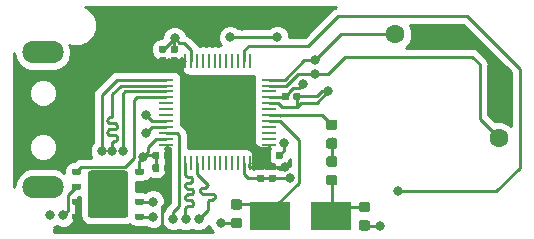
<source format=gbr>
G04 #@! TF.GenerationSoftware,KiCad,Pcbnew,5.0.2-bee76a0~70~ubuntu18.04.1*
G04 #@! TF.CreationDate,2020-06-29T01:54:23-07:00*
G04 #@! TF.ProjectId,qrng,71726e67-2e6b-4696-9361-645f70636258,1*
G04 #@! TF.SameCoordinates,Original*
G04 #@! TF.FileFunction,Copper,L1,Top*
G04 #@! TF.FilePolarity,Positive*
%FSLAX46Y46*%
G04 Gerber Fmt 4.6, Leading zero omitted, Abs format (unit mm)*
G04 Created by KiCad (PCBNEW 5.0.2-bee76a0~70~ubuntu18.04.1) date Mon 29 Jun 2020 01:54:23 AM MST*
%MOMM*%
%LPD*%
G01*
G04 APERTURE LIST*
G04 #@! TA.AperFunction,Conductor*
%ADD10C,0.100000*%
G04 #@! TD*
G04 #@! TA.AperFunction,SMDPad,CuDef*
%ADD11C,0.875000*%
G04 #@! TD*
G04 #@! TA.AperFunction,ComponentPad*
%ADD12O,3.500000X1.900000*%
G04 #@! TD*
G04 #@! TA.AperFunction,SMDPad,CuDef*
%ADD13C,0.500000*%
G04 #@! TD*
G04 #@! TA.AperFunction,SMDPad,CuDef*
%ADD14C,3.400000*%
G04 #@! TD*
G04 #@! TA.AperFunction,SMDPad,CuDef*
%ADD15C,0.590000*%
G04 #@! TD*
G04 #@! TA.AperFunction,SMDPad,CuDef*
%ADD16R,0.250000X1.300000*%
G04 #@! TD*
G04 #@! TA.AperFunction,SMDPad,CuDef*
%ADD17R,1.300000X0.250000*%
G04 #@! TD*
G04 #@! TA.AperFunction,ComponentPad*
%ADD18C,1.600000*%
G04 #@! TD*
G04 #@! TA.AperFunction,SMDPad,CuDef*
%ADD19R,3.500000X2.400000*%
G04 #@! TD*
G04 #@! TA.AperFunction,ViaPad*
%ADD20C,0.800000*%
G04 #@! TD*
G04 #@! TA.AperFunction,Conductor*
%ADD21C,0.250000*%
G04 #@! TD*
G04 #@! TA.AperFunction,Conductor*
%ADD22C,0.254000*%
G04 #@! TD*
G04 APERTURE END LIST*
D10*
G04 #@! TO.N,OSC_OUT*
G04 #@! TO.C,R5*
G36*
X150397691Y-99996053D02*
X150418926Y-99999203D01*
X150439750Y-100004419D01*
X150459962Y-100011651D01*
X150479368Y-100020830D01*
X150497781Y-100031866D01*
X150515024Y-100044654D01*
X150530930Y-100059070D01*
X150545346Y-100074976D01*
X150558134Y-100092219D01*
X150569170Y-100110632D01*
X150578349Y-100130038D01*
X150585581Y-100150250D01*
X150590797Y-100171074D01*
X150593947Y-100192309D01*
X150595000Y-100213750D01*
X150595000Y-100651250D01*
X150593947Y-100672691D01*
X150590797Y-100693926D01*
X150585581Y-100714750D01*
X150578349Y-100734962D01*
X150569170Y-100754368D01*
X150558134Y-100772781D01*
X150545346Y-100790024D01*
X150530930Y-100805930D01*
X150515024Y-100820346D01*
X150497781Y-100833134D01*
X150479368Y-100844170D01*
X150459962Y-100853349D01*
X150439750Y-100860581D01*
X150418926Y-100865797D01*
X150397691Y-100868947D01*
X150376250Y-100870000D01*
X149863750Y-100870000D01*
X149842309Y-100868947D01*
X149821074Y-100865797D01*
X149800250Y-100860581D01*
X149780038Y-100853349D01*
X149760632Y-100844170D01*
X149742219Y-100833134D01*
X149724976Y-100820346D01*
X149709070Y-100805930D01*
X149694654Y-100790024D01*
X149681866Y-100772781D01*
X149670830Y-100754368D01*
X149661651Y-100734962D01*
X149654419Y-100714750D01*
X149649203Y-100693926D01*
X149646053Y-100672691D01*
X149645000Y-100651250D01*
X149645000Y-100213750D01*
X149646053Y-100192309D01*
X149649203Y-100171074D01*
X149654419Y-100150250D01*
X149661651Y-100130038D01*
X149670830Y-100110632D01*
X149681866Y-100092219D01*
X149694654Y-100074976D01*
X149709070Y-100059070D01*
X149724976Y-100044654D01*
X149742219Y-100031866D01*
X149760632Y-100020830D01*
X149780038Y-100011651D01*
X149800250Y-100004419D01*
X149821074Y-99999203D01*
X149842309Y-99996053D01*
X149863750Y-99995000D01*
X150376250Y-99995000D01*
X150397691Y-99996053D01*
X150397691Y-99996053D01*
G37*
D11*
G04 #@! TD*
G04 #@! TO.P,R5,2*
G04 #@! TO.N,OSC_OUT*
X150120000Y-100432500D03*
D10*
G04 #@! TO.N,Net-(R4-Pad2)*
G04 #@! TO.C,R5*
G36*
X150397691Y-101571053D02*
X150418926Y-101574203D01*
X150439750Y-101579419D01*
X150459962Y-101586651D01*
X150479368Y-101595830D01*
X150497781Y-101606866D01*
X150515024Y-101619654D01*
X150530930Y-101634070D01*
X150545346Y-101649976D01*
X150558134Y-101667219D01*
X150569170Y-101685632D01*
X150578349Y-101705038D01*
X150585581Y-101725250D01*
X150590797Y-101746074D01*
X150593947Y-101767309D01*
X150595000Y-101788750D01*
X150595000Y-102226250D01*
X150593947Y-102247691D01*
X150590797Y-102268926D01*
X150585581Y-102289750D01*
X150578349Y-102309962D01*
X150569170Y-102329368D01*
X150558134Y-102347781D01*
X150545346Y-102365024D01*
X150530930Y-102380930D01*
X150515024Y-102395346D01*
X150497781Y-102408134D01*
X150479368Y-102419170D01*
X150459962Y-102428349D01*
X150439750Y-102435581D01*
X150418926Y-102440797D01*
X150397691Y-102443947D01*
X150376250Y-102445000D01*
X149863750Y-102445000D01*
X149842309Y-102443947D01*
X149821074Y-102440797D01*
X149800250Y-102435581D01*
X149780038Y-102428349D01*
X149760632Y-102419170D01*
X149742219Y-102408134D01*
X149724976Y-102395346D01*
X149709070Y-102380930D01*
X149694654Y-102365024D01*
X149681866Y-102347781D01*
X149670830Y-102329368D01*
X149661651Y-102309962D01*
X149654419Y-102289750D01*
X149649203Y-102268926D01*
X149646053Y-102247691D01*
X149645000Y-102226250D01*
X149645000Y-101788750D01*
X149646053Y-101767309D01*
X149649203Y-101746074D01*
X149654419Y-101725250D01*
X149661651Y-101705038D01*
X149670830Y-101685632D01*
X149681866Y-101667219D01*
X149694654Y-101649976D01*
X149709070Y-101634070D01*
X149724976Y-101619654D01*
X149742219Y-101606866D01*
X149760632Y-101595830D01*
X149780038Y-101586651D01*
X149800250Y-101579419D01*
X149821074Y-101574203D01*
X149842309Y-101571053D01*
X149863750Y-101570000D01*
X150376250Y-101570000D01*
X150397691Y-101571053D01*
X150397691Y-101571053D01*
G37*
D11*
G04 #@! TD*
G04 #@! TO.P,R5,1*
G04 #@! TO.N,Net-(R4-Pad2)*
X150120000Y-102007500D03*
D10*
G04 #@! TO.N,Net-(C13-Pad2)*
G04 #@! TO.C,R4*
G36*
X150397691Y-104661053D02*
X150418926Y-104664203D01*
X150439750Y-104669419D01*
X150459962Y-104676651D01*
X150479368Y-104685830D01*
X150497781Y-104696866D01*
X150515024Y-104709654D01*
X150530930Y-104724070D01*
X150545346Y-104739976D01*
X150558134Y-104757219D01*
X150569170Y-104775632D01*
X150578349Y-104795038D01*
X150585581Y-104815250D01*
X150590797Y-104836074D01*
X150593947Y-104857309D01*
X150595000Y-104878750D01*
X150595000Y-105316250D01*
X150593947Y-105337691D01*
X150590797Y-105358926D01*
X150585581Y-105379750D01*
X150578349Y-105399962D01*
X150569170Y-105419368D01*
X150558134Y-105437781D01*
X150545346Y-105455024D01*
X150530930Y-105470930D01*
X150515024Y-105485346D01*
X150497781Y-105498134D01*
X150479368Y-105509170D01*
X150459962Y-105518349D01*
X150439750Y-105525581D01*
X150418926Y-105530797D01*
X150397691Y-105533947D01*
X150376250Y-105535000D01*
X149863750Y-105535000D01*
X149842309Y-105533947D01*
X149821074Y-105530797D01*
X149800250Y-105525581D01*
X149780038Y-105518349D01*
X149760632Y-105509170D01*
X149742219Y-105498134D01*
X149724976Y-105485346D01*
X149709070Y-105470930D01*
X149694654Y-105455024D01*
X149681866Y-105437781D01*
X149670830Y-105419368D01*
X149661651Y-105399962D01*
X149654419Y-105379750D01*
X149649203Y-105358926D01*
X149646053Y-105337691D01*
X149645000Y-105316250D01*
X149645000Y-104878750D01*
X149646053Y-104857309D01*
X149649203Y-104836074D01*
X149654419Y-104815250D01*
X149661651Y-104795038D01*
X149670830Y-104775632D01*
X149681866Y-104757219D01*
X149694654Y-104739976D01*
X149709070Y-104724070D01*
X149724976Y-104709654D01*
X149742219Y-104696866D01*
X149760632Y-104685830D01*
X149780038Y-104676651D01*
X149800250Y-104669419D01*
X149821074Y-104664203D01*
X149842309Y-104661053D01*
X149863750Y-104660000D01*
X150376250Y-104660000D01*
X150397691Y-104661053D01*
X150397691Y-104661053D01*
G37*
D11*
G04 #@! TD*
G04 #@! TO.P,R4,1*
G04 #@! TO.N,Net-(C13-Pad2)*
X150120000Y-105097500D03*
D10*
G04 #@! TO.N,Net-(R4-Pad2)*
G04 #@! TO.C,R4*
G36*
X150397691Y-103086053D02*
X150418926Y-103089203D01*
X150439750Y-103094419D01*
X150459962Y-103101651D01*
X150479368Y-103110830D01*
X150497781Y-103121866D01*
X150515024Y-103134654D01*
X150530930Y-103149070D01*
X150545346Y-103164976D01*
X150558134Y-103182219D01*
X150569170Y-103200632D01*
X150578349Y-103220038D01*
X150585581Y-103240250D01*
X150590797Y-103261074D01*
X150593947Y-103282309D01*
X150595000Y-103303750D01*
X150595000Y-103741250D01*
X150593947Y-103762691D01*
X150590797Y-103783926D01*
X150585581Y-103804750D01*
X150578349Y-103824962D01*
X150569170Y-103844368D01*
X150558134Y-103862781D01*
X150545346Y-103880024D01*
X150530930Y-103895930D01*
X150515024Y-103910346D01*
X150497781Y-103923134D01*
X150479368Y-103934170D01*
X150459962Y-103943349D01*
X150439750Y-103950581D01*
X150418926Y-103955797D01*
X150397691Y-103958947D01*
X150376250Y-103960000D01*
X149863750Y-103960000D01*
X149842309Y-103958947D01*
X149821074Y-103955797D01*
X149800250Y-103950581D01*
X149780038Y-103943349D01*
X149760632Y-103934170D01*
X149742219Y-103923134D01*
X149724976Y-103910346D01*
X149709070Y-103895930D01*
X149694654Y-103880024D01*
X149681866Y-103862781D01*
X149670830Y-103844368D01*
X149661651Y-103824962D01*
X149654419Y-103804750D01*
X149649203Y-103783926D01*
X149646053Y-103762691D01*
X149645000Y-103741250D01*
X149645000Y-103303750D01*
X149646053Y-103282309D01*
X149649203Y-103261074D01*
X149654419Y-103240250D01*
X149661651Y-103220038D01*
X149670830Y-103200632D01*
X149681866Y-103182219D01*
X149694654Y-103164976D01*
X149709070Y-103149070D01*
X149724976Y-103134654D01*
X149742219Y-103121866D01*
X149760632Y-103110830D01*
X149780038Y-103101651D01*
X149800250Y-103094419D01*
X149821074Y-103089203D01*
X149842309Y-103086053D01*
X149863750Y-103085000D01*
X150376250Y-103085000D01*
X150397691Y-103086053D01*
X150397691Y-103086053D01*
G37*
D11*
G04 #@! TD*
G04 #@! TO.P,R4,2*
G04 #@! TO.N,Net-(R4-Pad2)*
X150120000Y-103522500D03*
D12*
G04 #@! TO.P,J1,5*
G04 #@! TO.N,GND*
X125650000Y-105700000D03*
X125650000Y-94300000D03*
G04 #@! TD*
D10*
G04 #@! TO.N,+3V3*
G04 #@! TO.C,U3*
G36*
X128782252Y-107945602D02*
X128794386Y-107947402D01*
X128806286Y-107950382D01*
X128817835Y-107954515D01*
X128828925Y-107959760D01*
X128839446Y-107966066D01*
X128849299Y-107973374D01*
X128858388Y-107981612D01*
X128866626Y-107990701D01*
X128873934Y-108000554D01*
X128880240Y-108011075D01*
X128885485Y-108022165D01*
X128889618Y-108033714D01*
X128892598Y-108045614D01*
X128894398Y-108057748D01*
X128895000Y-108070000D01*
X128895000Y-108320000D01*
X128894398Y-108332252D01*
X128892598Y-108344386D01*
X128889618Y-108356286D01*
X128885485Y-108367835D01*
X128880240Y-108378925D01*
X128873934Y-108389446D01*
X128866626Y-108399299D01*
X128858388Y-108408388D01*
X128849299Y-108416626D01*
X128839446Y-108423934D01*
X128828925Y-108430240D01*
X128817835Y-108435485D01*
X128806286Y-108439618D01*
X128794386Y-108442598D01*
X128782252Y-108444398D01*
X128770000Y-108445000D01*
X128245000Y-108445000D01*
X128232748Y-108444398D01*
X128220614Y-108442598D01*
X128208714Y-108439618D01*
X128197165Y-108435485D01*
X128186075Y-108430240D01*
X128175554Y-108423934D01*
X128165701Y-108416626D01*
X128156612Y-108408388D01*
X128148374Y-108399299D01*
X128141066Y-108389446D01*
X128134760Y-108378925D01*
X128129515Y-108367835D01*
X128125382Y-108356286D01*
X128122402Y-108344386D01*
X128120602Y-108332252D01*
X128120000Y-108320000D01*
X128120000Y-108070000D01*
X128120602Y-108057748D01*
X128122402Y-108045614D01*
X128125382Y-108033714D01*
X128129515Y-108022165D01*
X128134760Y-108011075D01*
X128141066Y-108000554D01*
X128148374Y-107990701D01*
X128156612Y-107981612D01*
X128165701Y-107973374D01*
X128175554Y-107966066D01*
X128186075Y-107959760D01*
X128197165Y-107954515D01*
X128208714Y-107950382D01*
X128220614Y-107947402D01*
X128232748Y-107945602D01*
X128245000Y-107945000D01*
X128770000Y-107945000D01*
X128782252Y-107945602D01*
X128782252Y-107945602D01*
G37*
D13*
G04 #@! TD*
G04 #@! TO.P,U3,8*
G04 #@! TO.N,+3V3*
X128507500Y-108195000D03*
D10*
G04 #@! TO.N,+3V3*
G04 #@! TO.C,U3*
G36*
X128782252Y-106675602D02*
X128794386Y-106677402D01*
X128806286Y-106680382D01*
X128817835Y-106684515D01*
X128828925Y-106689760D01*
X128839446Y-106696066D01*
X128849299Y-106703374D01*
X128858388Y-106711612D01*
X128866626Y-106720701D01*
X128873934Y-106730554D01*
X128880240Y-106741075D01*
X128885485Y-106752165D01*
X128889618Y-106763714D01*
X128892598Y-106775614D01*
X128894398Y-106787748D01*
X128895000Y-106800000D01*
X128895000Y-107050000D01*
X128894398Y-107062252D01*
X128892598Y-107074386D01*
X128889618Y-107086286D01*
X128885485Y-107097835D01*
X128880240Y-107108925D01*
X128873934Y-107119446D01*
X128866626Y-107129299D01*
X128858388Y-107138388D01*
X128849299Y-107146626D01*
X128839446Y-107153934D01*
X128828925Y-107160240D01*
X128817835Y-107165485D01*
X128806286Y-107169618D01*
X128794386Y-107172598D01*
X128782252Y-107174398D01*
X128770000Y-107175000D01*
X128245000Y-107175000D01*
X128232748Y-107174398D01*
X128220614Y-107172598D01*
X128208714Y-107169618D01*
X128197165Y-107165485D01*
X128186075Y-107160240D01*
X128175554Y-107153934D01*
X128165701Y-107146626D01*
X128156612Y-107138388D01*
X128148374Y-107129299D01*
X128141066Y-107119446D01*
X128134760Y-107108925D01*
X128129515Y-107097835D01*
X128125382Y-107086286D01*
X128122402Y-107074386D01*
X128120602Y-107062252D01*
X128120000Y-107050000D01*
X128120000Y-106800000D01*
X128120602Y-106787748D01*
X128122402Y-106775614D01*
X128125382Y-106763714D01*
X128129515Y-106752165D01*
X128134760Y-106741075D01*
X128141066Y-106730554D01*
X128148374Y-106720701D01*
X128156612Y-106711612D01*
X128165701Y-106703374D01*
X128175554Y-106696066D01*
X128186075Y-106689760D01*
X128197165Y-106684515D01*
X128208714Y-106680382D01*
X128220614Y-106677402D01*
X128232748Y-106675602D01*
X128245000Y-106675000D01*
X128770000Y-106675000D01*
X128782252Y-106675602D01*
X128782252Y-106675602D01*
G37*
D13*
G04 #@! TD*
G04 #@! TO.P,U3,7*
G04 #@! TO.N,+3V3*
X128507500Y-106925000D03*
D10*
G04 #@! TO.N,MEM_SCK*
G04 #@! TO.C,U3*
G36*
X128782252Y-105405602D02*
X128794386Y-105407402D01*
X128806286Y-105410382D01*
X128817835Y-105414515D01*
X128828925Y-105419760D01*
X128839446Y-105426066D01*
X128849299Y-105433374D01*
X128858388Y-105441612D01*
X128866626Y-105450701D01*
X128873934Y-105460554D01*
X128880240Y-105471075D01*
X128885485Y-105482165D01*
X128889618Y-105493714D01*
X128892598Y-105505614D01*
X128894398Y-105517748D01*
X128895000Y-105530000D01*
X128895000Y-105780000D01*
X128894398Y-105792252D01*
X128892598Y-105804386D01*
X128889618Y-105816286D01*
X128885485Y-105827835D01*
X128880240Y-105838925D01*
X128873934Y-105849446D01*
X128866626Y-105859299D01*
X128858388Y-105868388D01*
X128849299Y-105876626D01*
X128839446Y-105883934D01*
X128828925Y-105890240D01*
X128817835Y-105895485D01*
X128806286Y-105899618D01*
X128794386Y-105902598D01*
X128782252Y-105904398D01*
X128770000Y-105905000D01*
X128245000Y-105905000D01*
X128232748Y-105904398D01*
X128220614Y-105902598D01*
X128208714Y-105899618D01*
X128197165Y-105895485D01*
X128186075Y-105890240D01*
X128175554Y-105883934D01*
X128165701Y-105876626D01*
X128156612Y-105868388D01*
X128148374Y-105859299D01*
X128141066Y-105849446D01*
X128134760Y-105838925D01*
X128129515Y-105827835D01*
X128125382Y-105816286D01*
X128122402Y-105804386D01*
X128120602Y-105792252D01*
X128120000Y-105780000D01*
X128120000Y-105530000D01*
X128120602Y-105517748D01*
X128122402Y-105505614D01*
X128125382Y-105493714D01*
X128129515Y-105482165D01*
X128134760Y-105471075D01*
X128141066Y-105460554D01*
X128148374Y-105450701D01*
X128156612Y-105441612D01*
X128165701Y-105433374D01*
X128175554Y-105426066D01*
X128186075Y-105419760D01*
X128197165Y-105414515D01*
X128208714Y-105410382D01*
X128220614Y-105407402D01*
X128232748Y-105405602D01*
X128245000Y-105405000D01*
X128770000Y-105405000D01*
X128782252Y-105405602D01*
X128782252Y-105405602D01*
G37*
D13*
G04 #@! TD*
G04 #@! TO.P,U3,6*
G04 #@! TO.N,MEM_SCK*
X128507500Y-105655000D03*
D10*
G04 #@! TO.N,MEM_MOSI*
G04 #@! TO.C,U3*
G36*
X128782252Y-104135602D02*
X128794386Y-104137402D01*
X128806286Y-104140382D01*
X128817835Y-104144515D01*
X128828925Y-104149760D01*
X128839446Y-104156066D01*
X128849299Y-104163374D01*
X128858388Y-104171612D01*
X128866626Y-104180701D01*
X128873934Y-104190554D01*
X128880240Y-104201075D01*
X128885485Y-104212165D01*
X128889618Y-104223714D01*
X128892598Y-104235614D01*
X128894398Y-104247748D01*
X128895000Y-104260000D01*
X128895000Y-104510000D01*
X128894398Y-104522252D01*
X128892598Y-104534386D01*
X128889618Y-104546286D01*
X128885485Y-104557835D01*
X128880240Y-104568925D01*
X128873934Y-104579446D01*
X128866626Y-104589299D01*
X128858388Y-104598388D01*
X128849299Y-104606626D01*
X128839446Y-104613934D01*
X128828925Y-104620240D01*
X128817835Y-104625485D01*
X128806286Y-104629618D01*
X128794386Y-104632598D01*
X128782252Y-104634398D01*
X128770000Y-104635000D01*
X128245000Y-104635000D01*
X128232748Y-104634398D01*
X128220614Y-104632598D01*
X128208714Y-104629618D01*
X128197165Y-104625485D01*
X128186075Y-104620240D01*
X128175554Y-104613934D01*
X128165701Y-104606626D01*
X128156612Y-104598388D01*
X128148374Y-104589299D01*
X128141066Y-104579446D01*
X128134760Y-104568925D01*
X128129515Y-104557835D01*
X128125382Y-104546286D01*
X128122402Y-104534386D01*
X128120602Y-104522252D01*
X128120000Y-104510000D01*
X128120000Y-104260000D01*
X128120602Y-104247748D01*
X128122402Y-104235614D01*
X128125382Y-104223714D01*
X128129515Y-104212165D01*
X128134760Y-104201075D01*
X128141066Y-104190554D01*
X128148374Y-104180701D01*
X128156612Y-104171612D01*
X128165701Y-104163374D01*
X128175554Y-104156066D01*
X128186075Y-104149760D01*
X128197165Y-104144515D01*
X128208714Y-104140382D01*
X128220614Y-104137402D01*
X128232748Y-104135602D01*
X128245000Y-104135000D01*
X128770000Y-104135000D01*
X128782252Y-104135602D01*
X128782252Y-104135602D01*
G37*
D13*
G04 #@! TD*
G04 #@! TO.P,U3,5*
G04 #@! TO.N,MEM_MOSI*
X128507500Y-104385000D03*
D10*
G04 #@! TO.N,GND*
G04 #@! TO.C,U3*
G36*
X134107252Y-104135602D02*
X134119386Y-104137402D01*
X134131286Y-104140382D01*
X134142835Y-104144515D01*
X134153925Y-104149760D01*
X134164446Y-104156066D01*
X134174299Y-104163374D01*
X134183388Y-104171612D01*
X134191626Y-104180701D01*
X134198934Y-104190554D01*
X134205240Y-104201075D01*
X134210485Y-104212165D01*
X134214618Y-104223714D01*
X134217598Y-104235614D01*
X134219398Y-104247748D01*
X134220000Y-104260000D01*
X134220000Y-104510000D01*
X134219398Y-104522252D01*
X134217598Y-104534386D01*
X134214618Y-104546286D01*
X134210485Y-104557835D01*
X134205240Y-104568925D01*
X134198934Y-104579446D01*
X134191626Y-104589299D01*
X134183388Y-104598388D01*
X134174299Y-104606626D01*
X134164446Y-104613934D01*
X134153925Y-104620240D01*
X134142835Y-104625485D01*
X134131286Y-104629618D01*
X134119386Y-104632598D01*
X134107252Y-104634398D01*
X134095000Y-104635000D01*
X133570000Y-104635000D01*
X133557748Y-104634398D01*
X133545614Y-104632598D01*
X133533714Y-104629618D01*
X133522165Y-104625485D01*
X133511075Y-104620240D01*
X133500554Y-104613934D01*
X133490701Y-104606626D01*
X133481612Y-104598388D01*
X133473374Y-104589299D01*
X133466066Y-104579446D01*
X133459760Y-104568925D01*
X133454515Y-104557835D01*
X133450382Y-104546286D01*
X133447402Y-104534386D01*
X133445602Y-104522252D01*
X133445000Y-104510000D01*
X133445000Y-104260000D01*
X133445602Y-104247748D01*
X133447402Y-104235614D01*
X133450382Y-104223714D01*
X133454515Y-104212165D01*
X133459760Y-104201075D01*
X133466066Y-104190554D01*
X133473374Y-104180701D01*
X133481612Y-104171612D01*
X133490701Y-104163374D01*
X133500554Y-104156066D01*
X133511075Y-104149760D01*
X133522165Y-104144515D01*
X133533714Y-104140382D01*
X133545614Y-104137402D01*
X133557748Y-104135602D01*
X133570000Y-104135000D01*
X134095000Y-104135000D01*
X134107252Y-104135602D01*
X134107252Y-104135602D01*
G37*
D13*
G04 #@! TD*
G04 #@! TO.P,U3,4*
G04 #@! TO.N,GND*
X133832500Y-104385000D03*
D10*
G04 #@! TO.N,+3V3*
G04 #@! TO.C,U3*
G36*
X134107252Y-105405602D02*
X134119386Y-105407402D01*
X134131286Y-105410382D01*
X134142835Y-105414515D01*
X134153925Y-105419760D01*
X134164446Y-105426066D01*
X134174299Y-105433374D01*
X134183388Y-105441612D01*
X134191626Y-105450701D01*
X134198934Y-105460554D01*
X134205240Y-105471075D01*
X134210485Y-105482165D01*
X134214618Y-105493714D01*
X134217598Y-105505614D01*
X134219398Y-105517748D01*
X134220000Y-105530000D01*
X134220000Y-105780000D01*
X134219398Y-105792252D01*
X134217598Y-105804386D01*
X134214618Y-105816286D01*
X134210485Y-105827835D01*
X134205240Y-105838925D01*
X134198934Y-105849446D01*
X134191626Y-105859299D01*
X134183388Y-105868388D01*
X134174299Y-105876626D01*
X134164446Y-105883934D01*
X134153925Y-105890240D01*
X134142835Y-105895485D01*
X134131286Y-105899618D01*
X134119386Y-105902598D01*
X134107252Y-105904398D01*
X134095000Y-105905000D01*
X133570000Y-105905000D01*
X133557748Y-105904398D01*
X133545614Y-105902598D01*
X133533714Y-105899618D01*
X133522165Y-105895485D01*
X133511075Y-105890240D01*
X133500554Y-105883934D01*
X133490701Y-105876626D01*
X133481612Y-105868388D01*
X133473374Y-105859299D01*
X133466066Y-105849446D01*
X133459760Y-105838925D01*
X133454515Y-105827835D01*
X133450382Y-105816286D01*
X133447402Y-105804386D01*
X133445602Y-105792252D01*
X133445000Y-105780000D01*
X133445000Y-105530000D01*
X133445602Y-105517748D01*
X133447402Y-105505614D01*
X133450382Y-105493714D01*
X133454515Y-105482165D01*
X133459760Y-105471075D01*
X133466066Y-105460554D01*
X133473374Y-105450701D01*
X133481612Y-105441612D01*
X133490701Y-105433374D01*
X133500554Y-105426066D01*
X133511075Y-105419760D01*
X133522165Y-105414515D01*
X133533714Y-105410382D01*
X133545614Y-105407402D01*
X133557748Y-105405602D01*
X133570000Y-105405000D01*
X134095000Y-105405000D01*
X134107252Y-105405602D01*
X134107252Y-105405602D01*
G37*
D13*
G04 #@! TD*
G04 #@! TO.P,U3,3*
G04 #@! TO.N,+3V3*
X133832500Y-105655000D03*
D10*
G04 #@! TO.N,MEM_MISO*
G04 #@! TO.C,U3*
G36*
X134107252Y-106675602D02*
X134119386Y-106677402D01*
X134131286Y-106680382D01*
X134142835Y-106684515D01*
X134153925Y-106689760D01*
X134164446Y-106696066D01*
X134174299Y-106703374D01*
X134183388Y-106711612D01*
X134191626Y-106720701D01*
X134198934Y-106730554D01*
X134205240Y-106741075D01*
X134210485Y-106752165D01*
X134214618Y-106763714D01*
X134217598Y-106775614D01*
X134219398Y-106787748D01*
X134220000Y-106800000D01*
X134220000Y-107050000D01*
X134219398Y-107062252D01*
X134217598Y-107074386D01*
X134214618Y-107086286D01*
X134210485Y-107097835D01*
X134205240Y-107108925D01*
X134198934Y-107119446D01*
X134191626Y-107129299D01*
X134183388Y-107138388D01*
X134174299Y-107146626D01*
X134164446Y-107153934D01*
X134153925Y-107160240D01*
X134142835Y-107165485D01*
X134131286Y-107169618D01*
X134119386Y-107172598D01*
X134107252Y-107174398D01*
X134095000Y-107175000D01*
X133570000Y-107175000D01*
X133557748Y-107174398D01*
X133545614Y-107172598D01*
X133533714Y-107169618D01*
X133522165Y-107165485D01*
X133511075Y-107160240D01*
X133500554Y-107153934D01*
X133490701Y-107146626D01*
X133481612Y-107138388D01*
X133473374Y-107129299D01*
X133466066Y-107119446D01*
X133459760Y-107108925D01*
X133454515Y-107097835D01*
X133450382Y-107086286D01*
X133447402Y-107074386D01*
X133445602Y-107062252D01*
X133445000Y-107050000D01*
X133445000Y-106800000D01*
X133445602Y-106787748D01*
X133447402Y-106775614D01*
X133450382Y-106763714D01*
X133454515Y-106752165D01*
X133459760Y-106741075D01*
X133466066Y-106730554D01*
X133473374Y-106720701D01*
X133481612Y-106711612D01*
X133490701Y-106703374D01*
X133500554Y-106696066D01*
X133511075Y-106689760D01*
X133522165Y-106684515D01*
X133533714Y-106680382D01*
X133545614Y-106677402D01*
X133557748Y-106675602D01*
X133570000Y-106675000D01*
X134095000Y-106675000D01*
X134107252Y-106675602D01*
X134107252Y-106675602D01*
G37*
D13*
G04 #@! TD*
G04 #@! TO.P,U3,2*
G04 #@! TO.N,MEM_MISO*
X133832500Y-106925000D03*
D10*
G04 #@! TO.N,MEM_NSS*
G04 #@! TO.C,U3*
G36*
X134107252Y-107945602D02*
X134119386Y-107947402D01*
X134131286Y-107950382D01*
X134142835Y-107954515D01*
X134153925Y-107959760D01*
X134164446Y-107966066D01*
X134174299Y-107973374D01*
X134183388Y-107981612D01*
X134191626Y-107990701D01*
X134198934Y-108000554D01*
X134205240Y-108011075D01*
X134210485Y-108022165D01*
X134214618Y-108033714D01*
X134217598Y-108045614D01*
X134219398Y-108057748D01*
X134220000Y-108070000D01*
X134220000Y-108320000D01*
X134219398Y-108332252D01*
X134217598Y-108344386D01*
X134214618Y-108356286D01*
X134210485Y-108367835D01*
X134205240Y-108378925D01*
X134198934Y-108389446D01*
X134191626Y-108399299D01*
X134183388Y-108408388D01*
X134174299Y-108416626D01*
X134164446Y-108423934D01*
X134153925Y-108430240D01*
X134142835Y-108435485D01*
X134131286Y-108439618D01*
X134119386Y-108442598D01*
X134107252Y-108444398D01*
X134095000Y-108445000D01*
X133570000Y-108445000D01*
X133557748Y-108444398D01*
X133545614Y-108442598D01*
X133533714Y-108439618D01*
X133522165Y-108435485D01*
X133511075Y-108430240D01*
X133500554Y-108423934D01*
X133490701Y-108416626D01*
X133481612Y-108408388D01*
X133473374Y-108399299D01*
X133466066Y-108389446D01*
X133459760Y-108378925D01*
X133454515Y-108367835D01*
X133450382Y-108356286D01*
X133447402Y-108344386D01*
X133445602Y-108332252D01*
X133445000Y-108320000D01*
X133445000Y-108070000D01*
X133445602Y-108057748D01*
X133447402Y-108045614D01*
X133450382Y-108033714D01*
X133454515Y-108022165D01*
X133459760Y-108011075D01*
X133466066Y-108000554D01*
X133473374Y-107990701D01*
X133481612Y-107981612D01*
X133490701Y-107973374D01*
X133500554Y-107966066D01*
X133511075Y-107959760D01*
X133522165Y-107954515D01*
X133533714Y-107950382D01*
X133545614Y-107947402D01*
X133557748Y-107945602D01*
X133570000Y-107945000D01*
X134095000Y-107945000D01*
X134107252Y-107945602D01*
X134107252Y-107945602D01*
G37*
D13*
G04 #@! TD*
G04 #@! TO.P,U3,1*
G04 #@! TO.N,MEM_NSS*
X133832500Y-108195000D03*
D10*
G04 #@! TO.N,N/C*
G04 #@! TO.C,U3*
G36*
X132644506Y-104291204D02*
X132668774Y-104294804D01*
X132692573Y-104300765D01*
X132715672Y-104309030D01*
X132737850Y-104319519D01*
X132758893Y-104332132D01*
X132778599Y-104346747D01*
X132796777Y-104363223D01*
X132813253Y-104381401D01*
X132827868Y-104401107D01*
X132840481Y-104422150D01*
X132850970Y-104444328D01*
X132859235Y-104467427D01*
X132865196Y-104491226D01*
X132868796Y-104515494D01*
X132870000Y-104539998D01*
X132870000Y-108040002D01*
X132868796Y-108064506D01*
X132865196Y-108088774D01*
X132859235Y-108112573D01*
X132850970Y-108135672D01*
X132840481Y-108157850D01*
X132827868Y-108178893D01*
X132813253Y-108198599D01*
X132796777Y-108216777D01*
X132778599Y-108233253D01*
X132758893Y-108247868D01*
X132737850Y-108260481D01*
X132715672Y-108270970D01*
X132692573Y-108279235D01*
X132668774Y-108285196D01*
X132644506Y-108288796D01*
X132620002Y-108290000D01*
X129719998Y-108290000D01*
X129695494Y-108288796D01*
X129671226Y-108285196D01*
X129647427Y-108279235D01*
X129624328Y-108270970D01*
X129602150Y-108260481D01*
X129581107Y-108247868D01*
X129561401Y-108233253D01*
X129543223Y-108216777D01*
X129526747Y-108198599D01*
X129512132Y-108178893D01*
X129499519Y-108157850D01*
X129489030Y-108135672D01*
X129480765Y-108112573D01*
X129474804Y-108088774D01*
X129471204Y-108064506D01*
X129470000Y-108040002D01*
X129470000Y-104539998D01*
X129471204Y-104515494D01*
X129474804Y-104491226D01*
X129480765Y-104467427D01*
X129489030Y-104444328D01*
X129499519Y-104422150D01*
X129512132Y-104401107D01*
X129526747Y-104381401D01*
X129543223Y-104363223D01*
X129561401Y-104346747D01*
X129581107Y-104332132D01*
X129602150Y-104319519D01*
X129624328Y-104309030D01*
X129647427Y-104300765D01*
X129671226Y-104294804D01*
X129695494Y-104291204D01*
X129719998Y-104290000D01*
X132620002Y-104290000D01*
X132644506Y-104291204D01*
X132644506Y-104291204D01*
G37*
D14*
G04 #@! TD*
G04 #@! TO.P,U3,9*
G04 #@! TO.N,N/C*
X131170000Y-106290000D03*
D10*
G04 #@! TO.N,+3V3*
G04 #@! TO.C,C1*
G36*
X144286958Y-103695710D02*
X144301276Y-103697834D01*
X144315317Y-103701351D01*
X144328946Y-103706228D01*
X144342031Y-103712417D01*
X144354447Y-103719858D01*
X144366073Y-103728481D01*
X144376798Y-103738202D01*
X144386519Y-103748927D01*
X144395142Y-103760553D01*
X144402583Y-103772969D01*
X144408772Y-103786054D01*
X144413649Y-103799683D01*
X144417166Y-103813724D01*
X144419290Y-103828042D01*
X144420000Y-103842500D01*
X144420000Y-104137500D01*
X144419290Y-104151958D01*
X144417166Y-104166276D01*
X144413649Y-104180317D01*
X144408772Y-104193946D01*
X144402583Y-104207031D01*
X144395142Y-104219447D01*
X144386519Y-104231073D01*
X144376798Y-104241798D01*
X144366073Y-104251519D01*
X144354447Y-104260142D01*
X144342031Y-104267583D01*
X144328946Y-104273772D01*
X144315317Y-104278649D01*
X144301276Y-104282166D01*
X144286958Y-104284290D01*
X144272500Y-104285000D01*
X143927500Y-104285000D01*
X143913042Y-104284290D01*
X143898724Y-104282166D01*
X143884683Y-104278649D01*
X143871054Y-104273772D01*
X143857969Y-104267583D01*
X143845553Y-104260142D01*
X143833927Y-104251519D01*
X143823202Y-104241798D01*
X143813481Y-104231073D01*
X143804858Y-104219447D01*
X143797417Y-104207031D01*
X143791228Y-104193946D01*
X143786351Y-104180317D01*
X143782834Y-104166276D01*
X143780710Y-104151958D01*
X143780000Y-104137500D01*
X143780000Y-103842500D01*
X143780710Y-103828042D01*
X143782834Y-103813724D01*
X143786351Y-103799683D01*
X143791228Y-103786054D01*
X143797417Y-103772969D01*
X143804858Y-103760553D01*
X143813481Y-103748927D01*
X143823202Y-103738202D01*
X143833927Y-103728481D01*
X143845553Y-103719858D01*
X143857969Y-103712417D01*
X143871054Y-103706228D01*
X143884683Y-103701351D01*
X143898724Y-103697834D01*
X143913042Y-103695710D01*
X143927500Y-103695000D01*
X144272500Y-103695000D01*
X144286958Y-103695710D01*
X144286958Y-103695710D01*
G37*
D15*
G04 #@! TD*
G04 #@! TO.P,C1,1*
G04 #@! TO.N,+3V3*
X144100000Y-103990000D03*
D10*
G04 #@! TO.N,GND*
G04 #@! TO.C,C1*
G36*
X144286958Y-104665710D02*
X144301276Y-104667834D01*
X144315317Y-104671351D01*
X144328946Y-104676228D01*
X144342031Y-104682417D01*
X144354447Y-104689858D01*
X144366073Y-104698481D01*
X144376798Y-104708202D01*
X144386519Y-104718927D01*
X144395142Y-104730553D01*
X144402583Y-104742969D01*
X144408772Y-104756054D01*
X144413649Y-104769683D01*
X144417166Y-104783724D01*
X144419290Y-104798042D01*
X144420000Y-104812500D01*
X144420000Y-105107500D01*
X144419290Y-105121958D01*
X144417166Y-105136276D01*
X144413649Y-105150317D01*
X144408772Y-105163946D01*
X144402583Y-105177031D01*
X144395142Y-105189447D01*
X144386519Y-105201073D01*
X144376798Y-105211798D01*
X144366073Y-105221519D01*
X144354447Y-105230142D01*
X144342031Y-105237583D01*
X144328946Y-105243772D01*
X144315317Y-105248649D01*
X144301276Y-105252166D01*
X144286958Y-105254290D01*
X144272500Y-105255000D01*
X143927500Y-105255000D01*
X143913042Y-105254290D01*
X143898724Y-105252166D01*
X143884683Y-105248649D01*
X143871054Y-105243772D01*
X143857969Y-105237583D01*
X143845553Y-105230142D01*
X143833927Y-105221519D01*
X143823202Y-105211798D01*
X143813481Y-105201073D01*
X143804858Y-105189447D01*
X143797417Y-105177031D01*
X143791228Y-105163946D01*
X143786351Y-105150317D01*
X143782834Y-105136276D01*
X143780710Y-105121958D01*
X143780000Y-105107500D01*
X143780000Y-104812500D01*
X143780710Y-104798042D01*
X143782834Y-104783724D01*
X143786351Y-104769683D01*
X143791228Y-104756054D01*
X143797417Y-104742969D01*
X143804858Y-104730553D01*
X143813481Y-104718927D01*
X143823202Y-104708202D01*
X143833927Y-104698481D01*
X143845553Y-104689858D01*
X143857969Y-104682417D01*
X143871054Y-104676228D01*
X143884683Y-104671351D01*
X143898724Y-104667834D01*
X143913042Y-104665710D01*
X143927500Y-104665000D01*
X144272500Y-104665000D01*
X144286958Y-104665710D01*
X144286958Y-104665710D01*
G37*
D15*
G04 #@! TD*
G04 #@! TO.P,C1,2*
G04 #@! TO.N,GND*
X144100000Y-104960000D03*
D10*
G04 #@! TO.N,GND*
G04 #@! TO.C,C2*
G36*
X145286958Y-104660710D02*
X145301276Y-104662834D01*
X145315317Y-104666351D01*
X145328946Y-104671228D01*
X145342031Y-104677417D01*
X145354447Y-104684858D01*
X145366073Y-104693481D01*
X145376798Y-104703202D01*
X145386519Y-104713927D01*
X145395142Y-104725553D01*
X145402583Y-104737969D01*
X145408772Y-104751054D01*
X145413649Y-104764683D01*
X145417166Y-104778724D01*
X145419290Y-104793042D01*
X145420000Y-104807500D01*
X145420000Y-105102500D01*
X145419290Y-105116958D01*
X145417166Y-105131276D01*
X145413649Y-105145317D01*
X145408772Y-105158946D01*
X145402583Y-105172031D01*
X145395142Y-105184447D01*
X145386519Y-105196073D01*
X145376798Y-105206798D01*
X145366073Y-105216519D01*
X145354447Y-105225142D01*
X145342031Y-105232583D01*
X145328946Y-105238772D01*
X145315317Y-105243649D01*
X145301276Y-105247166D01*
X145286958Y-105249290D01*
X145272500Y-105250000D01*
X144927500Y-105250000D01*
X144913042Y-105249290D01*
X144898724Y-105247166D01*
X144884683Y-105243649D01*
X144871054Y-105238772D01*
X144857969Y-105232583D01*
X144845553Y-105225142D01*
X144833927Y-105216519D01*
X144823202Y-105206798D01*
X144813481Y-105196073D01*
X144804858Y-105184447D01*
X144797417Y-105172031D01*
X144791228Y-105158946D01*
X144786351Y-105145317D01*
X144782834Y-105131276D01*
X144780710Y-105116958D01*
X144780000Y-105102500D01*
X144780000Y-104807500D01*
X144780710Y-104793042D01*
X144782834Y-104778724D01*
X144786351Y-104764683D01*
X144791228Y-104751054D01*
X144797417Y-104737969D01*
X144804858Y-104725553D01*
X144813481Y-104713927D01*
X144823202Y-104703202D01*
X144833927Y-104693481D01*
X144845553Y-104684858D01*
X144857969Y-104677417D01*
X144871054Y-104671228D01*
X144884683Y-104666351D01*
X144898724Y-104662834D01*
X144913042Y-104660710D01*
X144927500Y-104660000D01*
X145272500Y-104660000D01*
X145286958Y-104660710D01*
X145286958Y-104660710D01*
G37*
D15*
G04 #@! TD*
G04 #@! TO.P,C2,2*
G04 #@! TO.N,GND*
X145100000Y-104955000D03*
D10*
G04 #@! TO.N,+3V3*
G04 #@! TO.C,C2*
G36*
X145286958Y-103690710D02*
X145301276Y-103692834D01*
X145315317Y-103696351D01*
X145328946Y-103701228D01*
X145342031Y-103707417D01*
X145354447Y-103714858D01*
X145366073Y-103723481D01*
X145376798Y-103733202D01*
X145386519Y-103743927D01*
X145395142Y-103755553D01*
X145402583Y-103767969D01*
X145408772Y-103781054D01*
X145413649Y-103794683D01*
X145417166Y-103808724D01*
X145419290Y-103823042D01*
X145420000Y-103837500D01*
X145420000Y-104132500D01*
X145419290Y-104146958D01*
X145417166Y-104161276D01*
X145413649Y-104175317D01*
X145408772Y-104188946D01*
X145402583Y-104202031D01*
X145395142Y-104214447D01*
X145386519Y-104226073D01*
X145376798Y-104236798D01*
X145366073Y-104246519D01*
X145354447Y-104255142D01*
X145342031Y-104262583D01*
X145328946Y-104268772D01*
X145315317Y-104273649D01*
X145301276Y-104277166D01*
X145286958Y-104279290D01*
X145272500Y-104280000D01*
X144927500Y-104280000D01*
X144913042Y-104279290D01*
X144898724Y-104277166D01*
X144884683Y-104273649D01*
X144871054Y-104268772D01*
X144857969Y-104262583D01*
X144845553Y-104255142D01*
X144833927Y-104246519D01*
X144823202Y-104236798D01*
X144813481Y-104226073D01*
X144804858Y-104214447D01*
X144797417Y-104202031D01*
X144791228Y-104188946D01*
X144786351Y-104175317D01*
X144782834Y-104161276D01*
X144780710Y-104146958D01*
X144780000Y-104132500D01*
X144780000Y-103837500D01*
X144780710Y-103823042D01*
X144782834Y-103808724D01*
X144786351Y-103794683D01*
X144791228Y-103781054D01*
X144797417Y-103767969D01*
X144804858Y-103755553D01*
X144813481Y-103743927D01*
X144823202Y-103733202D01*
X144833927Y-103723481D01*
X144845553Y-103714858D01*
X144857969Y-103707417D01*
X144871054Y-103701228D01*
X144884683Y-103696351D01*
X144898724Y-103692834D01*
X144913042Y-103690710D01*
X144927500Y-103690000D01*
X145272500Y-103690000D01*
X145286958Y-103690710D01*
X145286958Y-103690710D01*
G37*
D15*
G04 #@! TD*
G04 #@! TO.P,C2,1*
G04 #@! TO.N,+3V3*
X145100000Y-103985000D03*
D10*
G04 #@! TO.N,+3V3*
G04 #@! TO.C,C3*
G36*
X144846958Y-102700710D02*
X144861276Y-102702834D01*
X144875317Y-102706351D01*
X144888946Y-102711228D01*
X144902031Y-102717417D01*
X144914447Y-102724858D01*
X144926073Y-102733481D01*
X144936798Y-102743202D01*
X144946519Y-102753927D01*
X144955142Y-102765553D01*
X144962583Y-102777969D01*
X144968772Y-102791054D01*
X144973649Y-102804683D01*
X144977166Y-102818724D01*
X144979290Y-102833042D01*
X144980000Y-102847500D01*
X144980000Y-103192500D01*
X144979290Y-103206958D01*
X144977166Y-103221276D01*
X144973649Y-103235317D01*
X144968772Y-103248946D01*
X144962583Y-103262031D01*
X144955142Y-103274447D01*
X144946519Y-103286073D01*
X144936798Y-103296798D01*
X144926073Y-103306519D01*
X144914447Y-103315142D01*
X144902031Y-103322583D01*
X144888946Y-103328772D01*
X144875317Y-103333649D01*
X144861276Y-103337166D01*
X144846958Y-103339290D01*
X144832500Y-103340000D01*
X144537500Y-103340000D01*
X144523042Y-103339290D01*
X144508724Y-103337166D01*
X144494683Y-103333649D01*
X144481054Y-103328772D01*
X144467969Y-103322583D01*
X144455553Y-103315142D01*
X144443927Y-103306519D01*
X144433202Y-103296798D01*
X144423481Y-103286073D01*
X144414858Y-103274447D01*
X144407417Y-103262031D01*
X144401228Y-103248946D01*
X144396351Y-103235317D01*
X144392834Y-103221276D01*
X144390710Y-103206958D01*
X144390000Y-103192500D01*
X144390000Y-102847500D01*
X144390710Y-102833042D01*
X144392834Y-102818724D01*
X144396351Y-102804683D01*
X144401228Y-102791054D01*
X144407417Y-102777969D01*
X144414858Y-102765553D01*
X144423481Y-102753927D01*
X144433202Y-102743202D01*
X144443927Y-102733481D01*
X144455553Y-102724858D01*
X144467969Y-102717417D01*
X144481054Y-102711228D01*
X144494683Y-102706351D01*
X144508724Y-102702834D01*
X144523042Y-102700710D01*
X144537500Y-102700000D01*
X144832500Y-102700000D01*
X144846958Y-102700710D01*
X144846958Y-102700710D01*
G37*
D15*
G04 #@! TD*
G04 #@! TO.P,C3,1*
G04 #@! TO.N,+3V3*
X144685000Y-103020000D03*
D10*
G04 #@! TO.N,GND*
G04 #@! TO.C,C3*
G36*
X145816958Y-102700710D02*
X145831276Y-102702834D01*
X145845317Y-102706351D01*
X145858946Y-102711228D01*
X145872031Y-102717417D01*
X145884447Y-102724858D01*
X145896073Y-102733481D01*
X145906798Y-102743202D01*
X145916519Y-102753927D01*
X145925142Y-102765553D01*
X145932583Y-102777969D01*
X145938772Y-102791054D01*
X145943649Y-102804683D01*
X145947166Y-102818724D01*
X145949290Y-102833042D01*
X145950000Y-102847500D01*
X145950000Y-103192500D01*
X145949290Y-103206958D01*
X145947166Y-103221276D01*
X145943649Y-103235317D01*
X145938772Y-103248946D01*
X145932583Y-103262031D01*
X145925142Y-103274447D01*
X145916519Y-103286073D01*
X145906798Y-103296798D01*
X145896073Y-103306519D01*
X145884447Y-103315142D01*
X145872031Y-103322583D01*
X145858946Y-103328772D01*
X145845317Y-103333649D01*
X145831276Y-103337166D01*
X145816958Y-103339290D01*
X145802500Y-103340000D01*
X145507500Y-103340000D01*
X145493042Y-103339290D01*
X145478724Y-103337166D01*
X145464683Y-103333649D01*
X145451054Y-103328772D01*
X145437969Y-103322583D01*
X145425553Y-103315142D01*
X145413927Y-103306519D01*
X145403202Y-103296798D01*
X145393481Y-103286073D01*
X145384858Y-103274447D01*
X145377417Y-103262031D01*
X145371228Y-103248946D01*
X145366351Y-103235317D01*
X145362834Y-103221276D01*
X145360710Y-103206958D01*
X145360000Y-103192500D01*
X145360000Y-102847500D01*
X145360710Y-102833042D01*
X145362834Y-102818724D01*
X145366351Y-102804683D01*
X145371228Y-102791054D01*
X145377417Y-102777969D01*
X145384858Y-102765553D01*
X145393481Y-102753927D01*
X145403202Y-102743202D01*
X145413927Y-102733481D01*
X145425553Y-102724858D01*
X145437969Y-102717417D01*
X145451054Y-102711228D01*
X145464683Y-102706351D01*
X145478724Y-102702834D01*
X145493042Y-102700710D01*
X145507500Y-102700000D01*
X145802500Y-102700000D01*
X145816958Y-102700710D01*
X145816958Y-102700710D01*
G37*
D15*
G04 #@! TD*
G04 #@! TO.P,C3,2*
G04 #@! TO.N,GND*
X145655000Y-103020000D03*
D10*
G04 #@! TO.N,GND*
G04 #@! TO.C,C4*
G36*
X135396958Y-102690710D02*
X135411276Y-102692834D01*
X135425317Y-102696351D01*
X135438946Y-102701228D01*
X135452031Y-102707417D01*
X135464447Y-102714858D01*
X135476073Y-102723481D01*
X135486798Y-102733202D01*
X135496519Y-102743927D01*
X135505142Y-102755553D01*
X135512583Y-102767969D01*
X135518772Y-102781054D01*
X135523649Y-102794683D01*
X135527166Y-102808724D01*
X135529290Y-102823042D01*
X135530000Y-102837500D01*
X135530000Y-103182500D01*
X135529290Y-103196958D01*
X135527166Y-103211276D01*
X135523649Y-103225317D01*
X135518772Y-103238946D01*
X135512583Y-103252031D01*
X135505142Y-103264447D01*
X135496519Y-103276073D01*
X135486798Y-103286798D01*
X135476073Y-103296519D01*
X135464447Y-103305142D01*
X135452031Y-103312583D01*
X135438946Y-103318772D01*
X135425317Y-103323649D01*
X135411276Y-103327166D01*
X135396958Y-103329290D01*
X135382500Y-103330000D01*
X135087500Y-103330000D01*
X135073042Y-103329290D01*
X135058724Y-103327166D01*
X135044683Y-103323649D01*
X135031054Y-103318772D01*
X135017969Y-103312583D01*
X135005553Y-103305142D01*
X134993927Y-103296519D01*
X134983202Y-103286798D01*
X134973481Y-103276073D01*
X134964858Y-103264447D01*
X134957417Y-103252031D01*
X134951228Y-103238946D01*
X134946351Y-103225317D01*
X134942834Y-103211276D01*
X134940710Y-103196958D01*
X134940000Y-103182500D01*
X134940000Y-102837500D01*
X134940710Y-102823042D01*
X134942834Y-102808724D01*
X134946351Y-102794683D01*
X134951228Y-102781054D01*
X134957417Y-102767969D01*
X134964858Y-102755553D01*
X134973481Y-102743927D01*
X134983202Y-102733202D01*
X134993927Y-102723481D01*
X135005553Y-102714858D01*
X135017969Y-102707417D01*
X135031054Y-102701228D01*
X135044683Y-102696351D01*
X135058724Y-102692834D01*
X135073042Y-102690710D01*
X135087500Y-102690000D01*
X135382500Y-102690000D01*
X135396958Y-102690710D01*
X135396958Y-102690710D01*
G37*
D15*
G04 #@! TD*
G04 #@! TO.P,C4,2*
G04 #@! TO.N,GND*
X135235000Y-103010000D03*
D10*
G04 #@! TO.N,+3V3*
G04 #@! TO.C,C4*
G36*
X136366958Y-102690710D02*
X136381276Y-102692834D01*
X136395317Y-102696351D01*
X136408946Y-102701228D01*
X136422031Y-102707417D01*
X136434447Y-102714858D01*
X136446073Y-102723481D01*
X136456798Y-102733202D01*
X136466519Y-102743927D01*
X136475142Y-102755553D01*
X136482583Y-102767969D01*
X136488772Y-102781054D01*
X136493649Y-102794683D01*
X136497166Y-102808724D01*
X136499290Y-102823042D01*
X136500000Y-102837500D01*
X136500000Y-103182500D01*
X136499290Y-103196958D01*
X136497166Y-103211276D01*
X136493649Y-103225317D01*
X136488772Y-103238946D01*
X136482583Y-103252031D01*
X136475142Y-103264447D01*
X136466519Y-103276073D01*
X136456798Y-103286798D01*
X136446073Y-103296519D01*
X136434447Y-103305142D01*
X136422031Y-103312583D01*
X136408946Y-103318772D01*
X136395317Y-103323649D01*
X136381276Y-103327166D01*
X136366958Y-103329290D01*
X136352500Y-103330000D01*
X136057500Y-103330000D01*
X136043042Y-103329290D01*
X136028724Y-103327166D01*
X136014683Y-103323649D01*
X136001054Y-103318772D01*
X135987969Y-103312583D01*
X135975553Y-103305142D01*
X135963927Y-103296519D01*
X135953202Y-103286798D01*
X135943481Y-103276073D01*
X135934858Y-103264447D01*
X135927417Y-103252031D01*
X135921228Y-103238946D01*
X135916351Y-103225317D01*
X135912834Y-103211276D01*
X135910710Y-103196958D01*
X135910000Y-103182500D01*
X135910000Y-102837500D01*
X135910710Y-102823042D01*
X135912834Y-102808724D01*
X135916351Y-102794683D01*
X135921228Y-102781054D01*
X135927417Y-102767969D01*
X135934858Y-102755553D01*
X135943481Y-102743927D01*
X135953202Y-102733202D01*
X135963927Y-102723481D01*
X135975553Y-102714858D01*
X135987969Y-102707417D01*
X136001054Y-102701228D01*
X136014683Y-102696351D01*
X136028724Y-102692834D01*
X136043042Y-102690710D01*
X136057500Y-102690000D01*
X136352500Y-102690000D01*
X136366958Y-102690710D01*
X136366958Y-102690710D01*
G37*
D15*
G04 #@! TD*
G04 #@! TO.P,C4,1*
G04 #@! TO.N,+3V3*
X136205000Y-103010000D03*
D10*
G04 #@! TO.N,+3V3*
G04 #@! TO.C,C5*
G36*
X136976958Y-94700710D02*
X136991276Y-94702834D01*
X137005317Y-94706351D01*
X137018946Y-94711228D01*
X137032031Y-94717417D01*
X137044447Y-94724858D01*
X137056073Y-94733481D01*
X137066798Y-94743202D01*
X137076519Y-94753927D01*
X137085142Y-94765553D01*
X137092583Y-94777969D01*
X137098772Y-94791054D01*
X137103649Y-94804683D01*
X137107166Y-94818724D01*
X137109290Y-94833042D01*
X137110000Y-94847500D01*
X137110000Y-95142500D01*
X137109290Y-95156958D01*
X137107166Y-95171276D01*
X137103649Y-95185317D01*
X137098772Y-95198946D01*
X137092583Y-95212031D01*
X137085142Y-95224447D01*
X137076519Y-95236073D01*
X137066798Y-95246798D01*
X137056073Y-95256519D01*
X137044447Y-95265142D01*
X137032031Y-95272583D01*
X137018946Y-95278772D01*
X137005317Y-95283649D01*
X136991276Y-95287166D01*
X136976958Y-95289290D01*
X136962500Y-95290000D01*
X136617500Y-95290000D01*
X136603042Y-95289290D01*
X136588724Y-95287166D01*
X136574683Y-95283649D01*
X136561054Y-95278772D01*
X136547969Y-95272583D01*
X136535553Y-95265142D01*
X136523927Y-95256519D01*
X136513202Y-95246798D01*
X136503481Y-95236073D01*
X136494858Y-95224447D01*
X136487417Y-95212031D01*
X136481228Y-95198946D01*
X136476351Y-95185317D01*
X136472834Y-95171276D01*
X136470710Y-95156958D01*
X136470000Y-95142500D01*
X136470000Y-94847500D01*
X136470710Y-94833042D01*
X136472834Y-94818724D01*
X136476351Y-94804683D01*
X136481228Y-94791054D01*
X136487417Y-94777969D01*
X136494858Y-94765553D01*
X136503481Y-94753927D01*
X136513202Y-94743202D01*
X136523927Y-94733481D01*
X136535553Y-94724858D01*
X136547969Y-94717417D01*
X136561054Y-94711228D01*
X136574683Y-94706351D01*
X136588724Y-94702834D01*
X136603042Y-94700710D01*
X136617500Y-94700000D01*
X136962500Y-94700000D01*
X136976958Y-94700710D01*
X136976958Y-94700710D01*
G37*
D15*
G04 #@! TD*
G04 #@! TO.P,C5,1*
G04 #@! TO.N,+3V3*
X136790000Y-94995000D03*
D10*
G04 #@! TO.N,GND*
G04 #@! TO.C,C5*
G36*
X136976958Y-93730710D02*
X136991276Y-93732834D01*
X137005317Y-93736351D01*
X137018946Y-93741228D01*
X137032031Y-93747417D01*
X137044447Y-93754858D01*
X137056073Y-93763481D01*
X137066798Y-93773202D01*
X137076519Y-93783927D01*
X137085142Y-93795553D01*
X137092583Y-93807969D01*
X137098772Y-93821054D01*
X137103649Y-93834683D01*
X137107166Y-93848724D01*
X137109290Y-93863042D01*
X137110000Y-93877500D01*
X137110000Y-94172500D01*
X137109290Y-94186958D01*
X137107166Y-94201276D01*
X137103649Y-94215317D01*
X137098772Y-94228946D01*
X137092583Y-94242031D01*
X137085142Y-94254447D01*
X137076519Y-94266073D01*
X137066798Y-94276798D01*
X137056073Y-94286519D01*
X137044447Y-94295142D01*
X137032031Y-94302583D01*
X137018946Y-94308772D01*
X137005317Y-94313649D01*
X136991276Y-94317166D01*
X136976958Y-94319290D01*
X136962500Y-94320000D01*
X136617500Y-94320000D01*
X136603042Y-94319290D01*
X136588724Y-94317166D01*
X136574683Y-94313649D01*
X136561054Y-94308772D01*
X136547969Y-94302583D01*
X136535553Y-94295142D01*
X136523927Y-94286519D01*
X136513202Y-94276798D01*
X136503481Y-94266073D01*
X136494858Y-94254447D01*
X136487417Y-94242031D01*
X136481228Y-94228946D01*
X136476351Y-94215317D01*
X136472834Y-94201276D01*
X136470710Y-94186958D01*
X136470000Y-94172500D01*
X136470000Y-93877500D01*
X136470710Y-93863042D01*
X136472834Y-93848724D01*
X136476351Y-93834683D01*
X136481228Y-93821054D01*
X136487417Y-93807969D01*
X136494858Y-93795553D01*
X136503481Y-93783927D01*
X136513202Y-93773202D01*
X136523927Y-93763481D01*
X136535553Y-93754858D01*
X136547969Y-93747417D01*
X136561054Y-93741228D01*
X136574683Y-93736351D01*
X136588724Y-93732834D01*
X136603042Y-93730710D01*
X136617500Y-93730000D01*
X136962500Y-93730000D01*
X136976958Y-93730710D01*
X136976958Y-93730710D01*
G37*
D15*
G04 #@! TD*
G04 #@! TO.P,C5,2*
G04 #@! TO.N,GND*
X136790000Y-94025000D03*
D10*
G04 #@! TO.N,GND*
G04 #@! TO.C,C6*
G36*
X135986958Y-93730710D02*
X136001276Y-93732834D01*
X136015317Y-93736351D01*
X136028946Y-93741228D01*
X136042031Y-93747417D01*
X136054447Y-93754858D01*
X136066073Y-93763481D01*
X136076798Y-93773202D01*
X136086519Y-93783927D01*
X136095142Y-93795553D01*
X136102583Y-93807969D01*
X136108772Y-93821054D01*
X136113649Y-93834683D01*
X136117166Y-93848724D01*
X136119290Y-93863042D01*
X136120000Y-93877500D01*
X136120000Y-94172500D01*
X136119290Y-94186958D01*
X136117166Y-94201276D01*
X136113649Y-94215317D01*
X136108772Y-94228946D01*
X136102583Y-94242031D01*
X136095142Y-94254447D01*
X136086519Y-94266073D01*
X136076798Y-94276798D01*
X136066073Y-94286519D01*
X136054447Y-94295142D01*
X136042031Y-94302583D01*
X136028946Y-94308772D01*
X136015317Y-94313649D01*
X136001276Y-94317166D01*
X135986958Y-94319290D01*
X135972500Y-94320000D01*
X135627500Y-94320000D01*
X135613042Y-94319290D01*
X135598724Y-94317166D01*
X135584683Y-94313649D01*
X135571054Y-94308772D01*
X135557969Y-94302583D01*
X135545553Y-94295142D01*
X135533927Y-94286519D01*
X135523202Y-94276798D01*
X135513481Y-94266073D01*
X135504858Y-94254447D01*
X135497417Y-94242031D01*
X135491228Y-94228946D01*
X135486351Y-94215317D01*
X135482834Y-94201276D01*
X135480710Y-94186958D01*
X135480000Y-94172500D01*
X135480000Y-93877500D01*
X135480710Y-93863042D01*
X135482834Y-93848724D01*
X135486351Y-93834683D01*
X135491228Y-93821054D01*
X135497417Y-93807969D01*
X135504858Y-93795553D01*
X135513481Y-93783927D01*
X135523202Y-93773202D01*
X135533927Y-93763481D01*
X135545553Y-93754858D01*
X135557969Y-93747417D01*
X135571054Y-93741228D01*
X135584683Y-93736351D01*
X135598724Y-93732834D01*
X135613042Y-93730710D01*
X135627500Y-93730000D01*
X135972500Y-93730000D01*
X135986958Y-93730710D01*
X135986958Y-93730710D01*
G37*
D15*
G04 #@! TD*
G04 #@! TO.P,C6,2*
G04 #@! TO.N,GND*
X135800000Y-94025000D03*
D10*
G04 #@! TO.N,+3V3*
G04 #@! TO.C,C6*
G36*
X135986958Y-94700710D02*
X136001276Y-94702834D01*
X136015317Y-94706351D01*
X136028946Y-94711228D01*
X136042031Y-94717417D01*
X136054447Y-94724858D01*
X136066073Y-94733481D01*
X136076798Y-94743202D01*
X136086519Y-94753927D01*
X136095142Y-94765553D01*
X136102583Y-94777969D01*
X136108772Y-94791054D01*
X136113649Y-94804683D01*
X136117166Y-94818724D01*
X136119290Y-94833042D01*
X136120000Y-94847500D01*
X136120000Y-95142500D01*
X136119290Y-95156958D01*
X136117166Y-95171276D01*
X136113649Y-95185317D01*
X136108772Y-95198946D01*
X136102583Y-95212031D01*
X136095142Y-95224447D01*
X136086519Y-95236073D01*
X136076798Y-95246798D01*
X136066073Y-95256519D01*
X136054447Y-95265142D01*
X136042031Y-95272583D01*
X136028946Y-95278772D01*
X136015317Y-95283649D01*
X136001276Y-95287166D01*
X135986958Y-95289290D01*
X135972500Y-95290000D01*
X135627500Y-95290000D01*
X135613042Y-95289290D01*
X135598724Y-95287166D01*
X135584683Y-95283649D01*
X135571054Y-95278772D01*
X135557969Y-95272583D01*
X135545553Y-95265142D01*
X135533927Y-95256519D01*
X135523202Y-95246798D01*
X135513481Y-95236073D01*
X135504858Y-95224447D01*
X135497417Y-95212031D01*
X135491228Y-95198946D01*
X135486351Y-95185317D01*
X135482834Y-95171276D01*
X135480710Y-95156958D01*
X135480000Y-95142500D01*
X135480000Y-94847500D01*
X135480710Y-94833042D01*
X135482834Y-94818724D01*
X135486351Y-94804683D01*
X135491228Y-94791054D01*
X135497417Y-94777969D01*
X135504858Y-94765553D01*
X135513481Y-94753927D01*
X135523202Y-94743202D01*
X135533927Y-94733481D01*
X135545553Y-94724858D01*
X135557969Y-94717417D01*
X135571054Y-94711228D01*
X135584683Y-94706351D01*
X135598724Y-94702834D01*
X135613042Y-94700710D01*
X135627500Y-94700000D01*
X135972500Y-94700000D01*
X135986958Y-94700710D01*
X135986958Y-94700710D01*
G37*
D15*
G04 #@! TD*
G04 #@! TO.P,C6,1*
G04 #@! TO.N,+3V3*
X135800000Y-94995000D03*
D10*
G04 #@! TO.N,+3V3*
G04 #@! TO.C,C7*
G36*
X136366958Y-103750710D02*
X136381276Y-103752834D01*
X136395317Y-103756351D01*
X136408946Y-103761228D01*
X136422031Y-103767417D01*
X136434447Y-103774858D01*
X136446073Y-103783481D01*
X136456798Y-103793202D01*
X136466519Y-103803927D01*
X136475142Y-103815553D01*
X136482583Y-103827969D01*
X136488772Y-103841054D01*
X136493649Y-103854683D01*
X136497166Y-103868724D01*
X136499290Y-103883042D01*
X136500000Y-103897500D01*
X136500000Y-104242500D01*
X136499290Y-104256958D01*
X136497166Y-104271276D01*
X136493649Y-104285317D01*
X136488772Y-104298946D01*
X136482583Y-104312031D01*
X136475142Y-104324447D01*
X136466519Y-104336073D01*
X136456798Y-104346798D01*
X136446073Y-104356519D01*
X136434447Y-104365142D01*
X136422031Y-104372583D01*
X136408946Y-104378772D01*
X136395317Y-104383649D01*
X136381276Y-104387166D01*
X136366958Y-104389290D01*
X136352500Y-104390000D01*
X136057500Y-104390000D01*
X136043042Y-104389290D01*
X136028724Y-104387166D01*
X136014683Y-104383649D01*
X136001054Y-104378772D01*
X135987969Y-104372583D01*
X135975553Y-104365142D01*
X135963927Y-104356519D01*
X135953202Y-104346798D01*
X135943481Y-104336073D01*
X135934858Y-104324447D01*
X135927417Y-104312031D01*
X135921228Y-104298946D01*
X135916351Y-104285317D01*
X135912834Y-104271276D01*
X135910710Y-104256958D01*
X135910000Y-104242500D01*
X135910000Y-103897500D01*
X135910710Y-103883042D01*
X135912834Y-103868724D01*
X135916351Y-103854683D01*
X135921228Y-103841054D01*
X135927417Y-103827969D01*
X135934858Y-103815553D01*
X135943481Y-103803927D01*
X135953202Y-103793202D01*
X135963927Y-103783481D01*
X135975553Y-103774858D01*
X135987969Y-103767417D01*
X136001054Y-103761228D01*
X136014683Y-103756351D01*
X136028724Y-103752834D01*
X136043042Y-103750710D01*
X136057500Y-103750000D01*
X136352500Y-103750000D01*
X136366958Y-103750710D01*
X136366958Y-103750710D01*
G37*
D15*
G04 #@! TD*
G04 #@! TO.P,C7,1*
G04 #@! TO.N,+3V3*
X136205000Y-104070000D03*
D10*
G04 #@! TO.N,GND*
G04 #@! TO.C,C7*
G36*
X135396958Y-103750710D02*
X135411276Y-103752834D01*
X135425317Y-103756351D01*
X135438946Y-103761228D01*
X135452031Y-103767417D01*
X135464447Y-103774858D01*
X135476073Y-103783481D01*
X135486798Y-103793202D01*
X135496519Y-103803927D01*
X135505142Y-103815553D01*
X135512583Y-103827969D01*
X135518772Y-103841054D01*
X135523649Y-103854683D01*
X135527166Y-103868724D01*
X135529290Y-103883042D01*
X135530000Y-103897500D01*
X135530000Y-104242500D01*
X135529290Y-104256958D01*
X135527166Y-104271276D01*
X135523649Y-104285317D01*
X135518772Y-104298946D01*
X135512583Y-104312031D01*
X135505142Y-104324447D01*
X135496519Y-104336073D01*
X135486798Y-104346798D01*
X135476073Y-104356519D01*
X135464447Y-104365142D01*
X135452031Y-104372583D01*
X135438946Y-104378772D01*
X135425317Y-104383649D01*
X135411276Y-104387166D01*
X135396958Y-104389290D01*
X135382500Y-104390000D01*
X135087500Y-104390000D01*
X135073042Y-104389290D01*
X135058724Y-104387166D01*
X135044683Y-104383649D01*
X135031054Y-104378772D01*
X135017969Y-104372583D01*
X135005553Y-104365142D01*
X134993927Y-104356519D01*
X134983202Y-104346798D01*
X134973481Y-104336073D01*
X134964858Y-104324447D01*
X134957417Y-104312031D01*
X134951228Y-104298946D01*
X134946351Y-104285317D01*
X134942834Y-104271276D01*
X134940710Y-104256958D01*
X134940000Y-104242500D01*
X134940000Y-103897500D01*
X134940710Y-103883042D01*
X134942834Y-103868724D01*
X134946351Y-103854683D01*
X134951228Y-103841054D01*
X134957417Y-103827969D01*
X134964858Y-103815553D01*
X134973481Y-103803927D01*
X134983202Y-103793202D01*
X134993927Y-103783481D01*
X135005553Y-103774858D01*
X135017969Y-103767417D01*
X135031054Y-103761228D01*
X135044683Y-103756351D01*
X135058724Y-103752834D01*
X135073042Y-103750710D01*
X135087500Y-103750000D01*
X135382500Y-103750000D01*
X135396958Y-103750710D01*
X135396958Y-103750710D01*
G37*
D15*
G04 #@! TD*
G04 #@! TO.P,C7,2*
G04 #@! TO.N,GND*
X135235000Y-104070000D03*
D10*
G04 #@! TO.N,+3.3VA*
G04 #@! TO.C,C11*
G36*
X146361958Y-97690710D02*
X146376276Y-97692834D01*
X146390317Y-97696351D01*
X146403946Y-97701228D01*
X146417031Y-97707417D01*
X146429447Y-97714858D01*
X146441073Y-97723481D01*
X146451798Y-97733202D01*
X146461519Y-97743927D01*
X146470142Y-97755553D01*
X146477583Y-97767969D01*
X146483772Y-97781054D01*
X146488649Y-97794683D01*
X146492166Y-97808724D01*
X146494290Y-97823042D01*
X146495000Y-97837500D01*
X146495000Y-98182500D01*
X146494290Y-98196958D01*
X146492166Y-98211276D01*
X146488649Y-98225317D01*
X146483772Y-98238946D01*
X146477583Y-98252031D01*
X146470142Y-98264447D01*
X146461519Y-98276073D01*
X146451798Y-98286798D01*
X146441073Y-98296519D01*
X146429447Y-98305142D01*
X146417031Y-98312583D01*
X146403946Y-98318772D01*
X146390317Y-98323649D01*
X146376276Y-98327166D01*
X146361958Y-98329290D01*
X146347500Y-98330000D01*
X146052500Y-98330000D01*
X146038042Y-98329290D01*
X146023724Y-98327166D01*
X146009683Y-98323649D01*
X145996054Y-98318772D01*
X145982969Y-98312583D01*
X145970553Y-98305142D01*
X145958927Y-98296519D01*
X145948202Y-98286798D01*
X145938481Y-98276073D01*
X145929858Y-98264447D01*
X145922417Y-98252031D01*
X145916228Y-98238946D01*
X145911351Y-98225317D01*
X145907834Y-98211276D01*
X145905710Y-98196958D01*
X145905000Y-98182500D01*
X145905000Y-97837500D01*
X145905710Y-97823042D01*
X145907834Y-97808724D01*
X145911351Y-97794683D01*
X145916228Y-97781054D01*
X145922417Y-97767969D01*
X145929858Y-97755553D01*
X145938481Y-97743927D01*
X145948202Y-97733202D01*
X145958927Y-97723481D01*
X145970553Y-97714858D01*
X145982969Y-97707417D01*
X145996054Y-97701228D01*
X146009683Y-97696351D01*
X146023724Y-97692834D01*
X146038042Y-97690710D01*
X146052500Y-97690000D01*
X146347500Y-97690000D01*
X146361958Y-97690710D01*
X146361958Y-97690710D01*
G37*
D15*
G04 #@! TD*
G04 #@! TO.P,C11,1*
G04 #@! TO.N,+3.3VA*
X146200000Y-98010000D03*
D10*
G04 #@! TO.N,GND*
G04 #@! TO.C,C11*
G36*
X147331958Y-97690710D02*
X147346276Y-97692834D01*
X147360317Y-97696351D01*
X147373946Y-97701228D01*
X147387031Y-97707417D01*
X147399447Y-97714858D01*
X147411073Y-97723481D01*
X147421798Y-97733202D01*
X147431519Y-97743927D01*
X147440142Y-97755553D01*
X147447583Y-97767969D01*
X147453772Y-97781054D01*
X147458649Y-97794683D01*
X147462166Y-97808724D01*
X147464290Y-97823042D01*
X147465000Y-97837500D01*
X147465000Y-98182500D01*
X147464290Y-98196958D01*
X147462166Y-98211276D01*
X147458649Y-98225317D01*
X147453772Y-98238946D01*
X147447583Y-98252031D01*
X147440142Y-98264447D01*
X147431519Y-98276073D01*
X147421798Y-98286798D01*
X147411073Y-98296519D01*
X147399447Y-98305142D01*
X147387031Y-98312583D01*
X147373946Y-98318772D01*
X147360317Y-98323649D01*
X147346276Y-98327166D01*
X147331958Y-98329290D01*
X147317500Y-98330000D01*
X147022500Y-98330000D01*
X147008042Y-98329290D01*
X146993724Y-98327166D01*
X146979683Y-98323649D01*
X146966054Y-98318772D01*
X146952969Y-98312583D01*
X146940553Y-98305142D01*
X146928927Y-98296519D01*
X146918202Y-98286798D01*
X146908481Y-98276073D01*
X146899858Y-98264447D01*
X146892417Y-98252031D01*
X146886228Y-98238946D01*
X146881351Y-98225317D01*
X146877834Y-98211276D01*
X146875710Y-98196958D01*
X146875000Y-98182500D01*
X146875000Y-97837500D01*
X146875710Y-97823042D01*
X146877834Y-97808724D01*
X146881351Y-97794683D01*
X146886228Y-97781054D01*
X146892417Y-97767969D01*
X146899858Y-97755553D01*
X146908481Y-97743927D01*
X146918202Y-97733202D01*
X146928927Y-97723481D01*
X146940553Y-97714858D01*
X146952969Y-97707417D01*
X146966054Y-97701228D01*
X146979683Y-97696351D01*
X146993724Y-97692834D01*
X147008042Y-97690710D01*
X147022500Y-97690000D01*
X147317500Y-97690000D01*
X147331958Y-97690710D01*
X147331958Y-97690710D01*
G37*
D15*
G04 #@! TD*
G04 #@! TO.P,C11,2*
G04 #@! TO.N,GND*
X147170000Y-98010000D03*
D16*
G04 #@! TO.P,U2,48*
G04 #@! TO.N,+3V3*
X143200000Y-103700000D03*
G04 #@! TO.P,U2,47*
G04 #@! TO.N,GND*
X142700000Y-103700000D03*
G04 #@! TO.P,U2,46*
G04 #@! TO.N,N/C*
X142200000Y-103700000D03*
G04 #@! TO.P,U2,45*
X141700000Y-103700000D03*
G04 #@! TO.P,U2,44*
X141200000Y-103700000D03*
G04 #@! TO.P,U2,43*
X140700000Y-103700000D03*
G04 #@! TO.P,U2,42*
X140200000Y-103700000D03*
G04 #@! TO.P,U2,41*
X139700000Y-103700000D03*
G04 #@! TO.P,U2,40*
X139200000Y-103700000D03*
G04 #@! TO.P,U2,39*
G04 #@! TO.N,TRACE*
X138700000Y-103700000D03*
G04 #@! TO.P,U2,38*
G04 #@! TO.N,N/C*
X138200000Y-103700000D03*
G04 #@! TO.P,U2,37*
G04 #@! TO.N,SWCLK*
X137700000Y-103700000D03*
D17*
G04 #@! TO.P,U2,36*
G04 #@! TO.N,+3V3*
X136100000Y-102100000D03*
G04 #@! TO.P,U2,35*
G04 #@! TO.N,GND*
X136100000Y-101600000D03*
G04 #@! TO.P,U2,34*
G04 #@! TO.N,SWDIO*
X136100000Y-101100000D03*
G04 #@! TO.P,U2,33*
G04 #@! TO.N,USB_D+*
X136100000Y-100600000D03*
G04 #@! TO.P,U2,32*
G04 #@! TO.N,USB_D-*
X136100000Y-100100000D03*
G04 #@! TO.P,U2,31*
G04 #@! TO.N,N/C*
X136100000Y-99600000D03*
G04 #@! TO.P,U2,30*
X136100000Y-99100000D03*
G04 #@! TO.P,U2,29*
X136100000Y-98600000D03*
G04 #@! TO.P,U2,28*
G04 #@! TO.N,MEM_MOSI*
X136100000Y-98100000D03*
G04 #@! TO.P,U2,27*
G04 #@! TO.N,MEM_MISO*
X136100000Y-97600000D03*
G04 #@! TO.P,U2,26*
G04 #@! TO.N,MEM_SCK*
X136100000Y-97100000D03*
G04 #@! TO.P,U2,25*
G04 #@! TO.N,MEM_NSS*
X136100000Y-96600000D03*
D16*
G04 #@! TO.P,U2,24*
G04 #@! TO.N,+3V3*
X137700000Y-95000000D03*
G04 #@! TO.P,U2,23*
G04 #@! TO.N,GND*
X138200000Y-95000000D03*
G04 #@! TO.P,U2,22*
G04 #@! TO.N,N/C*
X138700000Y-95000000D03*
G04 #@! TO.P,U2,21*
X139200000Y-95000000D03*
G04 #@! TO.P,U2,20*
X139700000Y-95000000D03*
G04 #@! TO.P,U2,19*
X140200000Y-95000000D03*
G04 #@! TO.P,U2,18*
X140700000Y-95000000D03*
G04 #@! TO.P,U2,17*
X141200000Y-95000000D03*
G04 #@! TO.P,U2,16*
X141700000Y-95000000D03*
G04 #@! TO.P,U2,15*
X142200000Y-95000000D03*
G04 #@! TO.P,U2,14*
G04 #@! TO.N,trigger*
X142700000Y-95000000D03*
G04 #@! TO.P,U2,13*
G04 #@! TO.N,N/C*
X143200000Y-95000000D03*
D17*
G04 #@! TO.P,U2,12*
G04 #@! TO.N,ADC2*
X144800000Y-96600000D03*
G04 #@! TO.P,U2,11*
G04 #@! TO.N,ADC1*
X144800000Y-97100000D03*
G04 #@! TO.P,U2,10*
G04 #@! TO.N,N/C*
X144800000Y-97600000D03*
G04 #@! TO.P,U2,9*
G04 #@! TO.N,+3.3VA*
X144800000Y-98100000D03*
G04 #@! TO.P,U2,8*
G04 #@! TO.N,GND*
X144800000Y-98600000D03*
G04 #@! TO.P,U2,7*
G04 #@! TO.N,N/C*
X144800000Y-99100000D03*
G04 #@! TO.P,U2,6*
G04 #@! TO.N,OSC_OUT*
X144800000Y-99600000D03*
G04 #@! TO.P,U2,5*
G04 #@! TO.N,OSC_IN*
X144800000Y-100100000D03*
G04 #@! TO.P,U2,4*
G04 #@! TO.N,N/C*
X144800000Y-100600000D03*
G04 #@! TO.P,U2,3*
X144800000Y-101100000D03*
G04 #@! TO.P,U2,2*
X144800000Y-101600000D03*
G04 #@! TO.P,U2,1*
G04 #@! TO.N,+3V3*
X144800000Y-102100000D03*
G04 #@! TD*
D18*
G04 #@! TO.P,R2,2*
G04 #@! TO.N,+3V3*
X158040000Y-92750000D03*
G04 #@! TO.P,R2,1*
G04 #@! TO.N,ADC2*
X155500000Y-92750000D03*
G04 #@! TD*
G04 #@! TO.P,R3,1*
G04 #@! TO.N,+3V3*
X164250000Y-99000000D03*
G04 #@! TO.P,R3,2*
G04 #@! TO.N,ADC1*
X164250000Y-101540000D03*
G04 #@! TD*
D19*
G04 #@! TO.P,Y1,1*
G04 #@! TO.N,OSC_IN*
X144870000Y-108180000D03*
G04 #@! TO.P,Y1,2*
G04 #@! TO.N,Net-(C13-Pad2)*
X150070000Y-108180000D03*
G04 #@! TD*
D10*
G04 #@! TO.N,OSC_IN*
G04 #@! TO.C,C12*
G36*
X142327691Y-106726053D02*
X142348926Y-106729203D01*
X142369750Y-106734419D01*
X142389962Y-106741651D01*
X142409368Y-106750830D01*
X142427781Y-106761866D01*
X142445024Y-106774654D01*
X142460930Y-106789070D01*
X142475346Y-106804976D01*
X142488134Y-106822219D01*
X142499170Y-106840632D01*
X142508349Y-106860038D01*
X142515581Y-106880250D01*
X142520797Y-106901074D01*
X142523947Y-106922309D01*
X142525000Y-106943750D01*
X142525000Y-107381250D01*
X142523947Y-107402691D01*
X142520797Y-107423926D01*
X142515581Y-107444750D01*
X142508349Y-107464962D01*
X142499170Y-107484368D01*
X142488134Y-107502781D01*
X142475346Y-107520024D01*
X142460930Y-107535930D01*
X142445024Y-107550346D01*
X142427781Y-107563134D01*
X142409368Y-107574170D01*
X142389962Y-107583349D01*
X142369750Y-107590581D01*
X142348926Y-107595797D01*
X142327691Y-107598947D01*
X142306250Y-107600000D01*
X141793750Y-107600000D01*
X141772309Y-107598947D01*
X141751074Y-107595797D01*
X141730250Y-107590581D01*
X141710038Y-107583349D01*
X141690632Y-107574170D01*
X141672219Y-107563134D01*
X141654976Y-107550346D01*
X141639070Y-107535930D01*
X141624654Y-107520024D01*
X141611866Y-107502781D01*
X141600830Y-107484368D01*
X141591651Y-107464962D01*
X141584419Y-107444750D01*
X141579203Y-107423926D01*
X141576053Y-107402691D01*
X141575000Y-107381250D01*
X141575000Y-106943750D01*
X141576053Y-106922309D01*
X141579203Y-106901074D01*
X141584419Y-106880250D01*
X141591651Y-106860038D01*
X141600830Y-106840632D01*
X141611866Y-106822219D01*
X141624654Y-106804976D01*
X141639070Y-106789070D01*
X141654976Y-106774654D01*
X141672219Y-106761866D01*
X141690632Y-106750830D01*
X141710038Y-106741651D01*
X141730250Y-106734419D01*
X141751074Y-106729203D01*
X141772309Y-106726053D01*
X141793750Y-106725000D01*
X142306250Y-106725000D01*
X142327691Y-106726053D01*
X142327691Y-106726053D01*
G37*
D11*
G04 #@! TD*
G04 #@! TO.P,C12,2*
G04 #@! TO.N,OSC_IN*
X142050000Y-107162500D03*
D10*
G04 #@! TO.N,GND*
G04 #@! TO.C,C12*
G36*
X142327691Y-108301053D02*
X142348926Y-108304203D01*
X142369750Y-108309419D01*
X142389962Y-108316651D01*
X142409368Y-108325830D01*
X142427781Y-108336866D01*
X142445024Y-108349654D01*
X142460930Y-108364070D01*
X142475346Y-108379976D01*
X142488134Y-108397219D01*
X142499170Y-108415632D01*
X142508349Y-108435038D01*
X142515581Y-108455250D01*
X142520797Y-108476074D01*
X142523947Y-108497309D01*
X142525000Y-108518750D01*
X142525000Y-108956250D01*
X142523947Y-108977691D01*
X142520797Y-108998926D01*
X142515581Y-109019750D01*
X142508349Y-109039962D01*
X142499170Y-109059368D01*
X142488134Y-109077781D01*
X142475346Y-109095024D01*
X142460930Y-109110930D01*
X142445024Y-109125346D01*
X142427781Y-109138134D01*
X142409368Y-109149170D01*
X142389962Y-109158349D01*
X142369750Y-109165581D01*
X142348926Y-109170797D01*
X142327691Y-109173947D01*
X142306250Y-109175000D01*
X141793750Y-109175000D01*
X141772309Y-109173947D01*
X141751074Y-109170797D01*
X141730250Y-109165581D01*
X141710038Y-109158349D01*
X141690632Y-109149170D01*
X141672219Y-109138134D01*
X141654976Y-109125346D01*
X141639070Y-109110930D01*
X141624654Y-109095024D01*
X141611866Y-109077781D01*
X141600830Y-109059368D01*
X141591651Y-109039962D01*
X141584419Y-109019750D01*
X141579203Y-108998926D01*
X141576053Y-108977691D01*
X141575000Y-108956250D01*
X141575000Y-108518750D01*
X141576053Y-108497309D01*
X141579203Y-108476074D01*
X141584419Y-108455250D01*
X141591651Y-108435038D01*
X141600830Y-108415632D01*
X141611866Y-108397219D01*
X141624654Y-108379976D01*
X141639070Y-108364070D01*
X141654976Y-108349654D01*
X141672219Y-108336866D01*
X141690632Y-108325830D01*
X141710038Y-108316651D01*
X141730250Y-108309419D01*
X141751074Y-108304203D01*
X141772309Y-108301053D01*
X141793750Y-108300000D01*
X142306250Y-108300000D01*
X142327691Y-108301053D01*
X142327691Y-108301053D01*
G37*
D11*
G04 #@! TD*
G04 #@! TO.P,C12,1*
G04 #@! TO.N,GND*
X142050000Y-108737500D03*
D10*
G04 #@! TO.N,GND*
G04 #@! TO.C,C13*
G36*
X153167691Y-108508553D02*
X153188926Y-108511703D01*
X153209750Y-108516919D01*
X153229962Y-108524151D01*
X153249368Y-108533330D01*
X153267781Y-108544366D01*
X153285024Y-108557154D01*
X153300930Y-108571570D01*
X153315346Y-108587476D01*
X153328134Y-108604719D01*
X153339170Y-108623132D01*
X153348349Y-108642538D01*
X153355581Y-108662750D01*
X153360797Y-108683574D01*
X153363947Y-108704809D01*
X153365000Y-108726250D01*
X153365000Y-109163750D01*
X153363947Y-109185191D01*
X153360797Y-109206426D01*
X153355581Y-109227250D01*
X153348349Y-109247462D01*
X153339170Y-109266868D01*
X153328134Y-109285281D01*
X153315346Y-109302524D01*
X153300930Y-109318430D01*
X153285024Y-109332846D01*
X153267781Y-109345634D01*
X153249368Y-109356670D01*
X153229962Y-109365849D01*
X153209750Y-109373081D01*
X153188926Y-109378297D01*
X153167691Y-109381447D01*
X153146250Y-109382500D01*
X152633750Y-109382500D01*
X152612309Y-109381447D01*
X152591074Y-109378297D01*
X152570250Y-109373081D01*
X152550038Y-109365849D01*
X152530632Y-109356670D01*
X152512219Y-109345634D01*
X152494976Y-109332846D01*
X152479070Y-109318430D01*
X152464654Y-109302524D01*
X152451866Y-109285281D01*
X152440830Y-109266868D01*
X152431651Y-109247462D01*
X152424419Y-109227250D01*
X152419203Y-109206426D01*
X152416053Y-109185191D01*
X152415000Y-109163750D01*
X152415000Y-108726250D01*
X152416053Y-108704809D01*
X152419203Y-108683574D01*
X152424419Y-108662750D01*
X152431651Y-108642538D01*
X152440830Y-108623132D01*
X152451866Y-108604719D01*
X152464654Y-108587476D01*
X152479070Y-108571570D01*
X152494976Y-108557154D01*
X152512219Y-108544366D01*
X152530632Y-108533330D01*
X152550038Y-108524151D01*
X152570250Y-108516919D01*
X152591074Y-108511703D01*
X152612309Y-108508553D01*
X152633750Y-108507500D01*
X153146250Y-108507500D01*
X153167691Y-108508553D01*
X153167691Y-108508553D01*
G37*
D11*
G04 #@! TD*
G04 #@! TO.P,C13,1*
G04 #@! TO.N,GND*
X152890000Y-108945000D03*
D10*
G04 #@! TO.N,Net-(C13-Pad2)*
G04 #@! TO.C,C13*
G36*
X153167691Y-106933553D02*
X153188926Y-106936703D01*
X153209750Y-106941919D01*
X153229962Y-106949151D01*
X153249368Y-106958330D01*
X153267781Y-106969366D01*
X153285024Y-106982154D01*
X153300930Y-106996570D01*
X153315346Y-107012476D01*
X153328134Y-107029719D01*
X153339170Y-107048132D01*
X153348349Y-107067538D01*
X153355581Y-107087750D01*
X153360797Y-107108574D01*
X153363947Y-107129809D01*
X153365000Y-107151250D01*
X153365000Y-107588750D01*
X153363947Y-107610191D01*
X153360797Y-107631426D01*
X153355581Y-107652250D01*
X153348349Y-107672462D01*
X153339170Y-107691868D01*
X153328134Y-107710281D01*
X153315346Y-107727524D01*
X153300930Y-107743430D01*
X153285024Y-107757846D01*
X153267781Y-107770634D01*
X153249368Y-107781670D01*
X153229962Y-107790849D01*
X153209750Y-107798081D01*
X153188926Y-107803297D01*
X153167691Y-107806447D01*
X153146250Y-107807500D01*
X152633750Y-107807500D01*
X152612309Y-107806447D01*
X152591074Y-107803297D01*
X152570250Y-107798081D01*
X152550038Y-107790849D01*
X152530632Y-107781670D01*
X152512219Y-107770634D01*
X152494976Y-107757846D01*
X152479070Y-107743430D01*
X152464654Y-107727524D01*
X152451866Y-107710281D01*
X152440830Y-107691868D01*
X152431651Y-107672462D01*
X152424419Y-107652250D01*
X152419203Y-107631426D01*
X152416053Y-107610191D01*
X152415000Y-107588750D01*
X152415000Y-107151250D01*
X152416053Y-107129809D01*
X152419203Y-107108574D01*
X152424419Y-107087750D01*
X152431651Y-107067538D01*
X152440830Y-107048132D01*
X152451866Y-107029719D01*
X152464654Y-107012476D01*
X152479070Y-106996570D01*
X152494976Y-106982154D01*
X152512219Y-106969366D01*
X152530632Y-106958330D01*
X152550038Y-106949151D01*
X152570250Y-106941919D01*
X152591074Y-106936703D01*
X152612309Y-106933553D01*
X152633750Y-106932500D01*
X153146250Y-106932500D01*
X153167691Y-106933553D01*
X153167691Y-106933553D01*
G37*
D11*
G04 #@! TD*
G04 #@! TO.P,C13,2*
G04 #@! TO.N,Net-(C13-Pad2)*
X152890000Y-107370000D03*
D20*
G04 #@! TO.N,GND*
X154180000Y-108960000D03*
X140750000Y-108720000D03*
X141500000Y-93000000D03*
X145500000Y-93000000D03*
X136810000Y-93100000D03*
X149830000Y-97600000D03*
X146600000Y-104970000D03*
X146070000Y-101970000D03*
X134150000Y-103150000D03*
G04 #@! TO.N,+3V3*
X161150000Y-92780000D03*
X142500000Y-92090000D03*
X135095000Y-105600000D03*
X146130000Y-104030000D03*
G04 #@! TO.N,+3.3VA*
X147710000Y-96950000D03*
G04 #@! TO.N,SWCLK*
X137775000Y-108400000D03*
G04 #@! TO.N,SWDIO*
X136675000Y-108400000D03*
G04 #@! TO.N,TRACE*
X138875000Y-108400000D03*
G04 #@! TO.N,ADC1*
X148740000Y-96120000D03*
G04 #@! TO.N,ADC2*
X148740000Y-94910000D03*
G04 #@! TO.N,USB_D-*
X134400000Y-99600000D03*
G04 #@! TO.N,USB_D+*
X134400000Y-101100000D03*
G04 #@! TO.N,trigger*
X155750000Y-106000000D03*
G04 #@! TO.N,MEM_NSS*
X126300000Y-108100000D03*
X130650000Y-102630000D03*
X135000000Y-108200000D03*
G04 #@! TO.N,MEM_MISO*
X134990000Y-106920000D03*
X132420000Y-102640000D03*
G04 #@! TO.N,MEM_SCK*
X127380000Y-108100000D03*
X131530000Y-102640000D03*
G04 #@! TD*
D21*
G04 #@! TO.N,GND*
X141500000Y-93000000D02*
X145500000Y-93000000D01*
X147170000Y-98010000D02*
X147170000Y-98920000D01*
X135885000Y-94025000D02*
X136810000Y-93100000D01*
X135800000Y-94025000D02*
X135885000Y-94025000D01*
X136790000Y-93120000D02*
X136810000Y-93100000D01*
X136790000Y-94025000D02*
X136790000Y-93120000D01*
X137209999Y-93499999D02*
X136810000Y-93100000D01*
X137599999Y-93499999D02*
X137209999Y-93499999D01*
X138200000Y-94100000D02*
X137599999Y-93499999D01*
X138200000Y-95000000D02*
X138200000Y-94100000D01*
X146604315Y-98920000D02*
X147170000Y-98920000D01*
X145905001Y-98920000D02*
X146604315Y-98920000D01*
X145585001Y-98600000D02*
X145905001Y-98920000D01*
X144800000Y-98600000D02*
X145585001Y-98600000D01*
X142700000Y-104600000D02*
X142700000Y-103700000D01*
X143060000Y-104960000D02*
X142700000Y-104600000D01*
X144100000Y-104960000D02*
X144100000Y-104960000D01*
X145095000Y-104960000D02*
X145100000Y-104955000D01*
X144100000Y-104960000D02*
X145095000Y-104960000D01*
X146070000Y-102605000D02*
X146070000Y-101970000D01*
X145655000Y-103020000D02*
X146070000Y-102605000D01*
X144100000Y-104960000D02*
X143060000Y-104960000D01*
X145100000Y-104955000D02*
X146205000Y-104955000D01*
X135235000Y-104070000D02*
X135235000Y-103150000D01*
X135239998Y-101600000D02*
X134900832Y-101939166D01*
X135235000Y-103150000D02*
X135235000Y-103010000D01*
X133832500Y-103467500D02*
X134150000Y-103150000D01*
X133832500Y-104385000D02*
X133832500Y-103467500D01*
X134290000Y-103010000D02*
X134150000Y-103150000D01*
X135235000Y-103010000D02*
X134290000Y-103010000D01*
X135239998Y-101600000D02*
X135425000Y-101600000D01*
X134549999Y-102289999D02*
X135239998Y-101600000D01*
X134549999Y-102750001D02*
X134549999Y-102289999D01*
X134150000Y-103150000D02*
X134549999Y-102750001D01*
X136100000Y-101600000D02*
X135425000Y-101600000D01*
X146070000Y-101970000D02*
X146070000Y-102030000D01*
X147500000Y-98590000D02*
X148670000Y-98590000D01*
X147170000Y-98920000D02*
X147500000Y-98590000D01*
X148840000Y-98590000D02*
X149830000Y-97600000D01*
X148670000Y-98590000D02*
X148840000Y-98590000D01*
X147565000Y-98010000D02*
X147170000Y-98010000D01*
X148854315Y-98010000D02*
X147565000Y-98010000D01*
X149264315Y-97600000D02*
X148854315Y-98010000D01*
X149830000Y-97600000D02*
X149264315Y-97600000D01*
X152905000Y-108960000D02*
X152890000Y-108945000D01*
X154180000Y-108960000D02*
X152905000Y-108960000D01*
X140767500Y-108737500D02*
X140750000Y-108720000D01*
X142050000Y-108737500D02*
X140767500Y-108737500D01*
G04 #@! TO.N,+3V3*
X135975000Y-107125000D02*
X135775000Y-107325000D01*
X135775000Y-107325000D02*
X135775000Y-109175000D01*
X145100000Y-103985000D02*
X143150001Y-103985000D01*
X143150001Y-103749999D02*
X143200000Y-103700000D01*
X143150001Y-103985000D02*
X143150001Y-103749999D01*
X144800000Y-102905000D02*
X144685000Y-103020000D01*
X144800000Y-102100000D02*
X144800000Y-102905000D01*
X144685000Y-103570000D02*
X145100000Y-103985000D01*
X144685000Y-103020000D02*
X144685000Y-103570000D01*
X144685000Y-103440000D02*
X144685000Y-103020000D01*
X145245000Y-104000000D02*
X144685000Y-103440000D01*
X137695000Y-94995000D02*
X137700000Y-95000000D01*
X135800000Y-94995000D02*
X137695000Y-94995000D01*
X145105000Y-103990000D02*
X145100000Y-103985000D01*
X146360000Y-103990000D02*
X145105000Y-103990000D01*
X136210000Y-102210000D02*
X136100000Y-102100000D01*
X136210000Y-102980000D02*
X136210000Y-102210000D01*
X136180000Y-103035000D02*
X136205000Y-103010000D01*
X136180000Y-103980000D02*
X136180000Y-103035000D01*
X136205000Y-104490000D02*
X136205000Y-104070000D01*
X135040000Y-105655000D02*
X135095000Y-105600000D01*
X133832500Y-105655000D02*
X135040000Y-105655000D01*
X128507500Y-106925000D02*
X128507500Y-108195000D01*
X135095000Y-105600000D02*
X136205000Y-104490000D01*
X128507500Y-108195000D02*
X128507500Y-108545000D01*
G04 #@! TO.N,+3.3VA*
X146534168Y-97755832D02*
X146534168Y-97737600D01*
X146200000Y-98090000D02*
X146534168Y-97755832D01*
X146110000Y-98100000D02*
X146200000Y-98010000D01*
X144800000Y-98100000D02*
X146110000Y-98100000D01*
X147310001Y-97349999D02*
X147710000Y-96950000D01*
X146841769Y-97349999D02*
X147310001Y-97349999D01*
X146534168Y-97657600D02*
X146841769Y-97349999D01*
X146534168Y-97755832D02*
X146534168Y-97657600D01*
G04 #@! TO.N,OSC_IN*
X143852500Y-107162500D02*
X144870000Y-108180000D01*
X142050000Y-107162500D02*
X143852500Y-107162500D01*
X145700000Y-100100000D02*
X144800000Y-100100000D01*
X147325001Y-101725001D02*
X145700000Y-100100000D01*
X147325001Y-105318001D02*
X147325001Y-101725001D01*
X145480502Y-107162500D02*
X147325001Y-105318001D01*
X142050000Y-107162500D02*
X145480502Y-107162500D01*
G04 #@! TO.N,OSC_OUT*
X145700000Y-99600000D02*
X145745001Y-99645001D01*
X144800000Y-99600000D02*
X145700000Y-99600000D01*
X149287500Y-99600000D02*
X144800000Y-99600000D01*
X150120000Y-100432500D02*
X149287500Y-99600000D01*
G04 #@! TO.N,SWCLK*
X137770710Y-108395710D02*
X137775000Y-108400000D01*
X137700000Y-108325000D02*
X137770710Y-108395710D01*
X137706269Y-107519369D02*
X137700000Y-107575000D01*
X137724758Y-107466529D02*
X137706269Y-107519369D01*
X137754543Y-107419127D02*
X137724758Y-107466529D01*
X137794128Y-107379542D02*
X137754543Y-107419127D01*
X138269551Y-107300242D02*
X138216711Y-107318731D01*
X138386323Y-107183470D02*
X138356538Y-107230872D01*
X137794128Y-105379542D02*
X137754543Y-105419127D01*
X137706269Y-105519369D02*
X137700000Y-105575000D01*
X138286323Y-104966529D02*
X138304812Y-105019369D01*
X138269551Y-105849757D02*
X138316953Y-105879542D01*
X137724758Y-105466529D02*
X137706269Y-105519369D01*
X137754543Y-105419127D02*
X137724758Y-105466529D01*
X138169551Y-105300242D02*
X138116711Y-105318731D01*
X138316953Y-107270457D02*
X138269551Y-107300242D01*
X137841530Y-106349757D02*
X137794128Y-106379542D01*
X137794128Y-105770457D02*
X137841530Y-105800242D01*
X138404812Y-107019369D02*
X138411080Y-107075000D01*
X137950000Y-105325000D02*
X137894370Y-105331268D01*
X138356538Y-107230872D02*
X138316953Y-107270457D01*
X138061080Y-105325000D02*
X137950000Y-105325000D01*
X138304812Y-105130630D02*
X138286323Y-105183470D01*
X138311080Y-105075000D02*
X138304812Y-105130630D01*
X138386323Y-106183470D02*
X138356538Y-106230872D01*
X137754543Y-105730872D02*
X137794128Y-105770457D01*
X137724758Y-105683470D02*
X137754543Y-105730872D01*
X137700000Y-105575000D02*
X137706269Y-105630630D01*
X137700000Y-103700000D02*
X137700000Y-104575000D01*
X137724758Y-104683470D02*
X137754543Y-104730872D01*
X138169551Y-104849757D02*
X138216953Y-104879542D01*
X138116711Y-104831268D02*
X138169551Y-104849757D01*
X137841530Y-105349757D02*
X137794128Y-105379542D01*
X138256538Y-104919127D02*
X138286323Y-104966529D01*
X137706269Y-104630630D02*
X137724758Y-104683470D01*
X137724758Y-106466529D02*
X137706269Y-106519369D01*
X137894370Y-107331268D02*
X137841530Y-107349757D01*
X138269551Y-106300242D02*
X138216711Y-106318731D01*
X138356538Y-106919127D02*
X138386323Y-106966529D01*
X138286323Y-105183470D02*
X138256538Y-105230872D01*
X137700000Y-104575000D02*
X137706269Y-104630630D01*
X138216953Y-104879542D02*
X138256538Y-104919127D01*
X138216711Y-106831268D02*
X138269551Y-106849757D01*
X138116711Y-105318731D02*
X138061080Y-105325000D01*
X138386323Y-106966529D02*
X138404812Y-107019369D01*
X138216711Y-107318731D02*
X138161080Y-107325000D01*
X137794128Y-104770457D02*
X137841530Y-104800242D01*
X137950000Y-104825000D02*
X138061080Y-104825000D01*
X137894370Y-105818731D02*
X137950000Y-105825000D01*
X138161080Y-107325000D02*
X137950000Y-107325000D01*
X138061080Y-104825000D02*
X138116711Y-104831268D01*
X137841530Y-105800242D02*
X137894370Y-105818731D01*
X138404812Y-107130630D02*
X138386323Y-107183470D01*
X138161080Y-105825000D02*
X138216711Y-105831268D01*
X138216711Y-105831268D02*
X138269551Y-105849757D01*
X138356538Y-105919127D02*
X138386323Y-105966529D01*
X138386323Y-105966529D02*
X138404812Y-106019369D01*
X137894370Y-105331268D02*
X137841530Y-105349757D01*
X137706269Y-106519369D02*
X137700000Y-106575000D01*
X138404812Y-106019369D02*
X138411080Y-106075000D01*
X138411080Y-106075000D02*
X138404812Y-106130630D01*
X137894370Y-104818731D02*
X137950000Y-104825000D01*
X137950000Y-105825000D02*
X138161080Y-105825000D01*
X138404812Y-106130630D02*
X138386323Y-106183470D01*
X138356538Y-106230872D02*
X138316953Y-106270457D01*
X138256538Y-105230872D02*
X138216953Y-105270457D01*
X138411080Y-107075000D02*
X138404812Y-107130630D01*
X137706269Y-105630630D02*
X137724758Y-105683470D01*
X138216711Y-106318731D02*
X138161080Y-106325000D01*
X137841530Y-107349757D02*
X137794128Y-107379542D01*
X138316953Y-105879542D02*
X138356538Y-105919127D01*
X137950000Y-106325000D02*
X137894370Y-106331268D01*
X138316953Y-106270457D02*
X138269551Y-106300242D01*
X137894370Y-106331268D02*
X137841530Y-106349757D01*
X137724758Y-106683470D02*
X137754543Y-106730872D01*
X137754543Y-104730872D02*
X137794128Y-104770457D01*
X137794128Y-106379542D02*
X137754543Y-106419127D01*
X137950000Y-107325000D02*
X137894370Y-107331268D01*
X137754543Y-106730872D02*
X137794128Y-106770457D01*
X137754543Y-106419127D02*
X137724758Y-106466529D01*
X137700000Y-106575000D02*
X137706269Y-106630630D01*
X137706269Y-106630630D02*
X137724758Y-106683470D01*
X137700000Y-107575000D02*
X137700000Y-108325000D01*
X138304812Y-105019369D02*
X138311080Y-105075000D01*
X137841530Y-104800242D02*
X137894370Y-104818731D01*
X137794128Y-106770457D02*
X137841530Y-106800242D01*
X138216953Y-105270457D02*
X138169551Y-105300242D01*
X137841530Y-106800242D02*
X137894370Y-106818731D01*
X137894370Y-106818731D02*
X137950000Y-106825000D01*
X137950000Y-106825000D02*
X138161080Y-106825000D01*
X138161080Y-106325000D02*
X137950000Y-106325000D01*
X138161080Y-106825000D02*
X138216711Y-106831268D01*
X138269551Y-106849757D02*
X138316953Y-106879542D01*
X138316953Y-106879542D02*
X138356538Y-106919127D01*
G04 #@! TO.N,SWDIO*
X136100000Y-101100000D02*
X136960002Y-101100000D01*
X136960002Y-101100000D02*
X137075001Y-101214999D01*
X137180000Y-101280000D02*
X137000000Y-101100000D01*
X137000000Y-101100000D02*
X137175000Y-101275000D01*
X136100000Y-101100000D02*
X137000000Y-101100000D01*
X137175000Y-107334315D02*
X137175000Y-101275000D01*
X136675000Y-107834315D02*
X137175000Y-107334315D01*
X136675000Y-108400000D02*
X136675000Y-107834315D01*
G04 #@! TO.N,TRACE*
X138775000Y-108326998D02*
X138775000Y-108400000D01*
X138700000Y-108225000D02*
X138875000Y-108400000D01*
X139606269Y-106944369D02*
X139600000Y-107000000D01*
X139654543Y-106844127D02*
X139624758Y-106891529D01*
X139741530Y-106774757D02*
X139694128Y-106804542D01*
X139794370Y-106756268D02*
X139741530Y-106774757D01*
X139982047Y-106750000D02*
X139850000Y-106750000D01*
X140037678Y-106743731D02*
X139982047Y-106750000D01*
X139694128Y-106804542D02*
X139654543Y-106844127D01*
X140090518Y-106725242D02*
X140037678Y-106743731D01*
X138992710Y-105891529D02*
X138974221Y-105944369D01*
X138700000Y-104600000D02*
X139600000Y-105500000D01*
X140207290Y-106391529D02*
X140225779Y-106444369D01*
X139162322Y-105756268D02*
X139109482Y-105774757D01*
X138959880Y-108315120D02*
X138875000Y-108400000D01*
X139162322Y-106243731D02*
X139217953Y-106250000D01*
X139350000Y-105750000D02*
X139217953Y-105750000D01*
X139405630Y-105743731D02*
X139350000Y-105750000D01*
X139109482Y-105774757D02*
X139062080Y-105804542D01*
X139458470Y-105725242D02*
X139405630Y-105743731D01*
X139217953Y-105750000D02*
X139162322Y-105756268D01*
X139505872Y-105695457D02*
X139458470Y-105725242D01*
X140177505Y-106344127D02*
X140207290Y-106391529D01*
X139593731Y-105555630D02*
X139575242Y-105608470D01*
X139217953Y-106250000D02*
X139982047Y-106250000D01*
X139575242Y-105608470D02*
X139545457Y-105655872D01*
X139600000Y-105500000D02*
X139593731Y-105555630D01*
X140137920Y-106695457D02*
X140090518Y-106725242D01*
X138700000Y-103700000D02*
X138700000Y-104600000D01*
X139062080Y-106195457D02*
X139109482Y-106225242D01*
X139022495Y-105844127D02*
X138992710Y-105891529D01*
X140177505Y-106655872D02*
X140137920Y-106695457D01*
X139600000Y-107675000D02*
X138959880Y-108315120D01*
X139022495Y-106155872D02*
X139062080Y-106195457D01*
X139545457Y-105655872D02*
X139505872Y-105695457D01*
X138974221Y-105944369D02*
X138967953Y-106000000D01*
X139850000Y-106750000D02*
X139794370Y-106756268D01*
X139982047Y-106250000D02*
X140037678Y-106256268D01*
X140225779Y-106555630D02*
X140207290Y-106608470D01*
X138974221Y-106055630D02*
X138992710Y-106108470D01*
X139062080Y-105804542D02*
X139022495Y-105844127D01*
X138992710Y-106108470D02*
X139022495Y-106155872D01*
X139624758Y-106891529D02*
X139606269Y-106944369D01*
X139109482Y-106225242D02*
X139162322Y-106243731D01*
X138967953Y-106000000D02*
X138974221Y-106055630D01*
X140037678Y-106256268D02*
X140090518Y-106274757D01*
X140090518Y-106274757D02*
X140137920Y-106304542D01*
X140137920Y-106304542D02*
X140177505Y-106344127D01*
X140225779Y-106444369D02*
X140232047Y-106500000D01*
X140232047Y-106500000D02*
X140225779Y-106555630D01*
X139600000Y-107000000D02*
X139600000Y-107675000D01*
X140207290Y-106608470D02*
X140177505Y-106655872D01*
G04 #@! TO.N,ADC1*
X148174315Y-96120000D02*
X148740000Y-96120000D01*
X147236410Y-96120000D02*
X148174315Y-96120000D01*
X146256410Y-97100000D02*
X147236410Y-96120000D01*
X144800000Y-97100000D02*
X146256410Y-97100000D01*
X148740000Y-96120000D02*
X149770000Y-96120000D01*
X149770000Y-96120000D02*
X151230000Y-94660000D01*
X151230000Y-94660000D02*
X161990000Y-94660000D01*
X161990000Y-94660000D02*
X162630000Y-95300000D01*
X162630000Y-99920000D02*
X164250000Y-101540000D01*
X162630000Y-95300000D02*
X162630000Y-99920000D01*
G04 #@! TO.N,ADC2*
X148740000Y-94910000D02*
X147810000Y-94910000D01*
X146120000Y-96600000D02*
X144800000Y-96600000D01*
X147810000Y-94910000D02*
X146120000Y-96600000D01*
X150900000Y-92750000D02*
X155500000Y-92750000D01*
X148740000Y-94910000D02*
X150900000Y-92750000D01*
G04 #@! TO.N,USB_D-*
X134900000Y-100100000D02*
X134400000Y-99600000D01*
X136100000Y-100100000D02*
X134900000Y-100100000D01*
G04 #@! TO.N,USB_D+*
X134900000Y-100600000D02*
X134400000Y-101100000D01*
X136100000Y-100600000D02*
X134900000Y-100600000D01*
G04 #@! TO.N,trigger*
X142700000Y-94139998D02*
X142814999Y-94024999D01*
X142700000Y-95000000D02*
X142700000Y-94139998D01*
X143074999Y-93725001D02*
X148144999Y-93725001D01*
X142700000Y-95000000D02*
X142700000Y-94100000D01*
X142700000Y-94100000D02*
X143074999Y-93725001D01*
X150660000Y-91210000D02*
X161560000Y-91210000D01*
X148144999Y-93725001D02*
X150660000Y-91210000D01*
X161560000Y-91210000D02*
X166020000Y-95670000D01*
X166020000Y-95670000D02*
X166020000Y-104070000D01*
X166020000Y-104070000D02*
X164020000Y-106070000D01*
X164020000Y-106070000D02*
X163950000Y-106000000D01*
X163950000Y-106000000D02*
X155750000Y-106000000D01*
G04 #@! TO.N,MEM_NSS*
X136100000Y-96600000D02*
X135200000Y-96600000D01*
X131950000Y-96600000D02*
X136100000Y-96600000D01*
X130650000Y-97900000D02*
X131950000Y-96600000D01*
X130650000Y-102630000D02*
X130650000Y-97900000D01*
X133832500Y-108195000D02*
X133832500Y-108200000D01*
X134995000Y-108195000D02*
X135000000Y-108200000D01*
X133832500Y-108195000D02*
X134995000Y-108195000D01*
G04 #@! TO.N,MEM_MISO*
X134985000Y-106925000D02*
X134990000Y-106920000D01*
X133832500Y-106925000D02*
X134985000Y-106925000D01*
X132640000Y-97600000D02*
X136100000Y-97600000D01*
X132420000Y-97820000D02*
X132640000Y-97600000D01*
X132420000Y-102640000D02*
X132420000Y-97820000D01*
G04 #@! TO.N,MEM_MOSI*
X135200000Y-98100000D02*
X136100000Y-98100000D01*
X135200000Y-98100000D02*
X135160000Y-98060000D01*
X133400000Y-98330000D02*
X133400000Y-102874315D01*
X133670000Y-98060000D02*
X133400000Y-98330000D01*
X135160000Y-98060000D02*
X133670000Y-98060000D01*
X128828210Y-104064290D02*
X128507500Y-104385000D01*
X132640695Y-103964990D02*
X128927510Y-103964990D01*
X133400000Y-103205685D02*
X132640695Y-103964990D01*
X128927510Y-103964990D02*
X128828210Y-104064290D01*
X133400000Y-102640000D02*
X133400000Y-103205685D01*
G04 #@! TO.N,MEM_SCK*
X128186790Y-105975710D02*
X128507500Y-105655000D01*
X127779999Y-106382501D02*
X128186790Y-105975710D01*
X127779999Y-107700001D02*
X127779999Y-106382501D01*
X127380000Y-108100000D02*
X127779999Y-107700001D01*
X131530000Y-102629136D02*
X131530000Y-102640000D01*
X131530000Y-102000000D02*
X131530000Y-102629136D01*
X131910194Y-100686776D02*
X131886367Y-100724697D01*
X131374504Y-99794985D02*
X131285495Y-99805014D01*
X131886367Y-100375302D02*
X131910194Y-100413223D01*
X131854698Y-100756366D02*
X131816777Y-100780193D01*
X131924986Y-100455495D02*
X131930000Y-100500000D01*
X131285495Y-100294985D02*
X131330000Y-100300000D01*
X131243223Y-100280193D02*
X131285495Y-100294985D01*
X131130000Y-100100000D02*
X131135014Y-100144504D01*
X131910194Y-100413223D02*
X131924986Y-100455495D01*
X131530000Y-99600000D02*
X131524985Y-99644504D01*
X131530000Y-97830000D02*
X131530000Y-99600000D01*
X131130000Y-100000000D02*
X131130000Y-100100000D01*
X131510193Y-99686776D02*
X131486366Y-99724697D01*
X132260000Y-97100000D02*
X131530000Y-97830000D01*
X131416776Y-99780193D02*
X131374504Y-99794985D01*
X131605303Y-101843633D02*
X131573634Y-101875302D01*
X131730000Y-100300000D02*
X131774505Y-100305014D01*
X131886367Y-101375302D02*
X131910194Y-101413223D01*
X131524985Y-99644504D02*
X131510193Y-99686776D01*
X131486366Y-99724697D02*
X131454697Y-99756366D01*
X131149806Y-100186776D02*
X131173633Y-100224697D01*
X131135014Y-100955495D02*
X131130000Y-101000000D01*
X131774505Y-101305014D02*
X131816777Y-101319806D01*
X131173633Y-99875302D02*
X131149806Y-99913223D01*
X131330000Y-100300000D02*
X131730000Y-100300000D01*
X131816777Y-100780193D02*
X131774505Y-100794985D01*
X131930000Y-100600000D02*
X131924986Y-100644504D01*
X131930000Y-100500000D02*
X131930000Y-100600000D01*
X136100000Y-97100000D02*
X132260000Y-97100000D01*
X131643224Y-101819806D02*
X131605303Y-101843633D01*
X131285495Y-99805014D02*
X131243223Y-99819806D01*
X131330000Y-100800000D02*
X131285495Y-100805014D01*
X131910194Y-101413223D02*
X131924986Y-101455495D01*
X131854698Y-100343633D02*
X131886367Y-100375302D01*
X131243223Y-99819806D02*
X131205302Y-99843633D01*
X131205302Y-99843633D02*
X131173633Y-99875302D01*
X131135014Y-99955495D02*
X131130000Y-100000000D01*
X131549807Y-101913223D02*
X131535015Y-101955495D01*
X131149806Y-99913223D02*
X131135014Y-99955495D01*
X131205302Y-101256366D02*
X131243223Y-101280193D01*
X131886367Y-100724697D02*
X131854698Y-100756366D01*
X131774505Y-100794985D02*
X131730000Y-100800000D01*
X131285495Y-100805014D02*
X131243223Y-100819806D01*
X131730000Y-100800000D02*
X131330000Y-100800000D01*
X131243223Y-100819806D02*
X131205302Y-100843633D01*
X131243223Y-101280193D02*
X131285495Y-101294985D01*
X131205302Y-100843633D02*
X131173633Y-100875302D01*
X131130000Y-101000000D02*
X131130000Y-101100000D01*
X131816777Y-100319806D02*
X131854698Y-100343633D01*
X131173633Y-100224697D02*
X131205302Y-100256366D01*
X131205302Y-100256366D02*
X131243223Y-100280193D01*
X131130000Y-101100000D02*
X131135014Y-101144504D01*
X131173633Y-100875302D02*
X131149806Y-100913223D01*
X131535015Y-101955495D02*
X131530000Y-102000000D01*
X131149806Y-100913223D02*
X131135014Y-100955495D01*
X131135014Y-101144504D02*
X131149806Y-101186776D01*
X131910194Y-101686776D02*
X131886367Y-101724697D01*
X131135014Y-100144504D02*
X131149806Y-100186776D01*
X131149806Y-101186776D02*
X131173633Y-101224697D01*
X131454697Y-99756366D02*
X131416776Y-99780193D01*
X131774505Y-101794985D02*
X131685496Y-101805014D01*
X131173633Y-101224697D02*
X131205302Y-101256366D01*
X131930000Y-101600000D02*
X131924986Y-101644504D01*
X131285495Y-101294985D02*
X131330000Y-101300000D01*
X131685496Y-101805014D02*
X131643224Y-101819806D01*
X131924986Y-100644504D02*
X131910194Y-100686776D01*
X131330000Y-101300000D02*
X131730000Y-101300000D01*
X131924986Y-101644504D02*
X131910194Y-101686776D01*
X131816777Y-101319806D02*
X131854698Y-101343633D01*
X131854698Y-101343633D02*
X131886367Y-101375302D01*
X131924986Y-101455495D02*
X131930000Y-101500000D01*
X131930000Y-101500000D02*
X131930000Y-101600000D01*
X131886367Y-101724697D02*
X131854698Y-101756366D01*
X131730000Y-101300000D02*
X131774505Y-101305014D01*
X131854698Y-101756366D02*
X131816777Y-101780193D01*
X131816777Y-101780193D02*
X131774505Y-101794985D01*
X131774505Y-100305014D02*
X131816777Y-100319806D01*
X131573634Y-101875302D02*
X131549807Y-101913223D01*
G04 #@! TO.N,Net-(C13-Pad2)*
X150880000Y-107370000D02*
X150070000Y-108180000D01*
X152890000Y-107370000D02*
X150880000Y-107370000D01*
X150120000Y-108130000D02*
X150070000Y-108180000D01*
X150120000Y-105097500D02*
X150120000Y-108130000D01*
G04 #@! TO.N,Net-(R4-Pad2)*
X150120000Y-103522500D02*
X150120000Y-101570000D01*
X150120000Y-101570000D02*
X150110000Y-101560000D01*
G04 #@! TD*
D22*
G04 #@! TO.N,+3V3*
G36*
X128822560Y-108040002D02*
X128890873Y-108383437D01*
X129085414Y-108674586D01*
X129376563Y-108869127D01*
X129719998Y-108937440D01*
X132620002Y-108937440D01*
X132963437Y-108869127D01*
X133006523Y-108840338D01*
X133023802Y-108866198D01*
X133274400Y-109033642D01*
X133570000Y-109092440D01*
X134095000Y-109092440D01*
X134373360Y-109037071D01*
X134413720Y-109077431D01*
X134794126Y-109235000D01*
X135205874Y-109235000D01*
X135586280Y-109077431D01*
X135762381Y-108901330D01*
X135797569Y-108986280D01*
X136088720Y-109277431D01*
X136469126Y-109435000D01*
X136880874Y-109435000D01*
X137225000Y-109292459D01*
X137569126Y-109435000D01*
X137980874Y-109435000D01*
X138325000Y-109292459D01*
X138669126Y-109435000D01*
X139080874Y-109435000D01*
X139461280Y-109277431D01*
X139743656Y-108995055D01*
X139872569Y-109306280D01*
X140049858Y-109483569D01*
X126635000Y-109465964D01*
X126635000Y-109272387D01*
X126649399Y-109200000D01*
X126626529Y-109085023D01*
X126840000Y-108996601D01*
X127174126Y-109135000D01*
X127585874Y-109135000D01*
X127966280Y-108977431D01*
X128257431Y-108686280D01*
X128415000Y-108305874D01*
X128415000Y-108117618D01*
X128495903Y-107996538D01*
X128539999Y-107774853D01*
X128539999Y-107774849D01*
X128554887Y-107700002D01*
X128539999Y-107625155D01*
X128539999Y-106697303D01*
X128684862Y-106552440D01*
X128770000Y-106552440D01*
X128822560Y-106541985D01*
X128822560Y-108040002D01*
X128822560Y-108040002D01*
G37*
X128822560Y-108040002D02*
X128890873Y-108383437D01*
X129085414Y-108674586D01*
X129376563Y-108869127D01*
X129719998Y-108937440D01*
X132620002Y-108937440D01*
X132963437Y-108869127D01*
X133006523Y-108840338D01*
X133023802Y-108866198D01*
X133274400Y-109033642D01*
X133570000Y-109092440D01*
X134095000Y-109092440D01*
X134373360Y-109037071D01*
X134413720Y-109077431D01*
X134794126Y-109235000D01*
X135205874Y-109235000D01*
X135586280Y-109077431D01*
X135762381Y-108901330D01*
X135797569Y-108986280D01*
X136088720Y-109277431D01*
X136469126Y-109435000D01*
X136880874Y-109435000D01*
X137225000Y-109292459D01*
X137569126Y-109435000D01*
X137980874Y-109435000D01*
X138325000Y-109292459D01*
X138669126Y-109435000D01*
X139080874Y-109435000D01*
X139461280Y-109277431D01*
X139743656Y-108995055D01*
X139872569Y-109306280D01*
X140049858Y-109483569D01*
X126635000Y-109465964D01*
X126635000Y-109272387D01*
X126649399Y-109200000D01*
X126626529Y-109085023D01*
X126840000Y-108996601D01*
X127174126Y-109135000D01*
X127585874Y-109135000D01*
X127966280Y-108977431D01*
X128257431Y-108686280D01*
X128415000Y-108305874D01*
X128415000Y-108117618D01*
X128495903Y-107996538D01*
X128539999Y-107774853D01*
X128539999Y-107774849D01*
X128554887Y-107700002D01*
X128539999Y-107625155D01*
X128539999Y-106697303D01*
X128684862Y-106552440D01*
X128770000Y-106552440D01*
X128822560Y-106541985D01*
X128822560Y-108040002D01*
G36*
X136415000Y-107019513D02*
X136190527Y-107243986D01*
X136127072Y-107286386D01*
X136084671Y-107349843D01*
X136077359Y-107360786D01*
X135959096Y-107537778D01*
X135930686Y-107680603D01*
X135912619Y-107698670D01*
X135877431Y-107613720D01*
X135818711Y-107555000D01*
X135867431Y-107506280D01*
X136025000Y-107125874D01*
X136025000Y-106714126D01*
X135867431Y-106333720D01*
X135576280Y-106042569D01*
X135195874Y-105885000D01*
X134784126Y-105885000D01*
X134403720Y-106042569D01*
X134365019Y-106081270D01*
X134095000Y-106027560D01*
X133570000Y-106027560D01*
X133517440Y-106038015D01*
X133517440Y-105271985D01*
X133570000Y-105282440D01*
X134095000Y-105282440D01*
X134390600Y-105223642D01*
X134641198Y-105056198D01*
X134721673Y-104935758D01*
X134783290Y-104976929D01*
X135087500Y-105037440D01*
X135382500Y-105037440D01*
X135686710Y-104976929D01*
X135944607Y-104804607D01*
X136116929Y-104546710D01*
X136177440Y-104242500D01*
X136177440Y-103897500D01*
X136116929Y-103593290D01*
X136081322Y-103540000D01*
X136116929Y-103486710D01*
X136177440Y-103182500D01*
X136177440Y-102837500D01*
X136116929Y-102533290D01*
X136009452Y-102372440D01*
X136415001Y-102372440D01*
X136415000Y-107019513D01*
X136415000Y-107019513D01*
G37*
X136415000Y-107019513D02*
X136190527Y-107243986D01*
X136127072Y-107286386D01*
X136084671Y-107349843D01*
X136077359Y-107360786D01*
X135959096Y-107537778D01*
X135930686Y-107680603D01*
X135912619Y-107698670D01*
X135877431Y-107613720D01*
X135818711Y-107555000D01*
X135867431Y-107506280D01*
X136025000Y-107125874D01*
X136025000Y-106714126D01*
X135867431Y-106333720D01*
X135576280Y-106042569D01*
X135195874Y-105885000D01*
X134784126Y-105885000D01*
X134403720Y-106042569D01*
X134365019Y-106081270D01*
X134095000Y-106027560D01*
X133570000Y-106027560D01*
X133517440Y-106038015D01*
X133517440Y-105271985D01*
X133570000Y-105282440D01*
X134095000Y-105282440D01*
X134390600Y-105223642D01*
X134641198Y-105056198D01*
X134721673Y-104935758D01*
X134783290Y-104976929D01*
X135087500Y-105037440D01*
X135382500Y-105037440D01*
X135686710Y-104976929D01*
X135944607Y-104804607D01*
X136116929Y-104546710D01*
X136177440Y-104242500D01*
X136177440Y-103897500D01*
X136116929Y-103593290D01*
X136081322Y-103540000D01*
X136116929Y-103486710D01*
X136177440Y-103182500D01*
X136177440Y-102837500D01*
X136116929Y-102533290D01*
X136009452Y-102372440D01*
X136415001Y-102372440D01*
X136415000Y-107019513D01*
G36*
X150498268Y-90467281D02*
X150363463Y-90494096D01*
X150112071Y-90662071D01*
X150069671Y-90725527D01*
X147830198Y-92965001D01*
X146535000Y-92965001D01*
X146535000Y-92794126D01*
X146377431Y-92413720D01*
X146086280Y-92122569D01*
X145705874Y-91965000D01*
X145294126Y-91965000D01*
X144913720Y-92122569D01*
X144796289Y-92240000D01*
X142203711Y-92240000D01*
X142086280Y-92122569D01*
X141705874Y-91965000D01*
X141294126Y-91965000D01*
X140913720Y-92122569D01*
X140622569Y-92413720D01*
X140465000Y-92794126D01*
X140465000Y-93205874D01*
X140622569Y-93586280D01*
X140738849Y-93702560D01*
X140575000Y-93702560D01*
X140450000Y-93727424D01*
X140325000Y-93702560D01*
X140075000Y-93702560D01*
X139950000Y-93727424D01*
X139825000Y-93702560D01*
X139575000Y-93702560D01*
X139450000Y-93727424D01*
X139325000Y-93702560D01*
X139075000Y-93702560D01*
X138950000Y-93727424D01*
X138852082Y-93707947D01*
X138747929Y-93552071D01*
X138684473Y-93509671D01*
X138190330Y-93015529D01*
X138147928Y-92952070D01*
X137896536Y-92784095D01*
X137790704Y-92763044D01*
X137687431Y-92513720D01*
X137396280Y-92222569D01*
X137015874Y-92065000D01*
X136604126Y-92065000D01*
X136223720Y-92222569D01*
X135932569Y-92513720D01*
X135775000Y-92894126D01*
X135775000Y-93060199D01*
X135752639Y-93082560D01*
X135627500Y-93082560D01*
X135323290Y-93143071D01*
X135065393Y-93315393D01*
X134893071Y-93573290D01*
X134832560Y-93877500D01*
X134832560Y-94172500D01*
X134893071Y-94476710D01*
X135065393Y-94734607D01*
X135323290Y-94906929D01*
X135627500Y-94967440D01*
X135972500Y-94967440D01*
X136276710Y-94906929D01*
X136295000Y-94894708D01*
X136313290Y-94906929D01*
X136617500Y-94967440D01*
X136962500Y-94967440D01*
X137266710Y-94906929D01*
X137427560Y-94799452D01*
X137427560Y-95650000D01*
X137476843Y-95897765D01*
X137617191Y-96107809D01*
X137827235Y-96248157D01*
X138075000Y-96297440D01*
X138325000Y-96297440D01*
X138450000Y-96272576D01*
X138575000Y-96297440D01*
X138825000Y-96297440D01*
X138950000Y-96272576D01*
X139075000Y-96297440D01*
X139325000Y-96297440D01*
X139450000Y-96272576D01*
X139575000Y-96297440D01*
X139825000Y-96297440D01*
X139950000Y-96272576D01*
X140075000Y-96297440D01*
X140325000Y-96297440D01*
X140450000Y-96272576D01*
X140575000Y-96297440D01*
X140825000Y-96297440D01*
X140950000Y-96272576D01*
X141075000Y-96297440D01*
X141325000Y-96297440D01*
X141450000Y-96272576D01*
X141575000Y-96297440D01*
X141825000Y-96297440D01*
X141950000Y-96272576D01*
X142075000Y-96297440D01*
X142325000Y-96297440D01*
X142450000Y-96272576D01*
X142575000Y-96297440D01*
X142825000Y-96297440D01*
X142950000Y-96272576D01*
X143075000Y-96297440D01*
X143325000Y-96297440D01*
X143546648Y-96253352D01*
X143502560Y-96475000D01*
X143502560Y-96725000D01*
X143527424Y-96850000D01*
X143502560Y-96975000D01*
X143502560Y-97225000D01*
X143527424Y-97349999D01*
X143502560Y-97475000D01*
X143502560Y-97725000D01*
X143527424Y-97850000D01*
X143502560Y-97975000D01*
X143502560Y-98225000D01*
X143527424Y-98350000D01*
X143502560Y-98475000D01*
X143502560Y-98725000D01*
X143527424Y-98850000D01*
X143502560Y-98975000D01*
X143502560Y-99225000D01*
X143527424Y-99350000D01*
X143502560Y-99475000D01*
X143502560Y-99725000D01*
X143527424Y-99850000D01*
X143502560Y-99975000D01*
X143502560Y-100225000D01*
X143527424Y-100350000D01*
X143502560Y-100475000D01*
X143502560Y-100725000D01*
X143527424Y-100850000D01*
X143502560Y-100975000D01*
X143502560Y-101225000D01*
X143527424Y-101350000D01*
X143502560Y-101475000D01*
X143502560Y-101725000D01*
X143551843Y-101972765D01*
X143692191Y-102182809D01*
X143902235Y-102323157D01*
X144150000Y-102372440D01*
X144887230Y-102372440D01*
X144773071Y-102543290D01*
X144712560Y-102847500D01*
X144712560Y-103192500D01*
X144773071Y-103496710D01*
X144945393Y-103754607D01*
X145203290Y-103926929D01*
X145507500Y-103987440D01*
X145802500Y-103987440D01*
X146106710Y-103926929D01*
X146364607Y-103754607D01*
X146536929Y-103496710D01*
X146565002Y-103355579D01*
X146565001Y-103935000D01*
X146394126Y-103935000D01*
X146013720Y-104092569D01*
X145911289Y-104195000D01*
X145759189Y-104195000D01*
X145576710Y-104073071D01*
X145272500Y-104012560D01*
X144927500Y-104012560D01*
X144623290Y-104073071D01*
X144596259Y-104091133D01*
X144576710Y-104078071D01*
X144272500Y-104017560D01*
X143927500Y-104017560D01*
X143623290Y-104078071D01*
X143472440Y-104178866D01*
X143472440Y-103050000D01*
X143423157Y-102802235D01*
X143282809Y-102592191D01*
X143072765Y-102451843D01*
X142825000Y-102402560D01*
X142575000Y-102402560D01*
X142450000Y-102427424D01*
X142325000Y-102402560D01*
X142075000Y-102402560D01*
X141950000Y-102427424D01*
X141825000Y-102402560D01*
X141575000Y-102402560D01*
X141450000Y-102427424D01*
X141325000Y-102402560D01*
X141075000Y-102402560D01*
X140950000Y-102427424D01*
X140825000Y-102402560D01*
X140575000Y-102402560D01*
X140450000Y-102427424D01*
X140325000Y-102402560D01*
X140075000Y-102402560D01*
X139950000Y-102427424D01*
X139825000Y-102402560D01*
X139575000Y-102402560D01*
X139450000Y-102427424D01*
X139325000Y-102402560D01*
X139075000Y-102402560D01*
X138950000Y-102427424D01*
X138825000Y-102402560D01*
X138575000Y-102402560D01*
X138450000Y-102427424D01*
X138325000Y-102402560D01*
X138075000Y-102402560D01*
X137950000Y-102427424D01*
X137935000Y-102424440D01*
X137935000Y-101379983D01*
X137954888Y-101279999D01*
X137895903Y-100983463D01*
X137770329Y-100795527D01*
X137765329Y-100790527D01*
X137722929Y-100727071D01*
X137659472Y-100684670D01*
X137626052Y-100651250D01*
X137590330Y-100615529D01*
X137547929Y-100552071D01*
X137392053Y-100447918D01*
X137372576Y-100350000D01*
X137397440Y-100225000D01*
X137397440Y-99975000D01*
X137372576Y-99850000D01*
X137397440Y-99725000D01*
X137397440Y-99475000D01*
X137372576Y-99350000D01*
X137397440Y-99225000D01*
X137397440Y-98975000D01*
X137372576Y-98850000D01*
X137397440Y-98725000D01*
X137397440Y-98475000D01*
X137372576Y-98350000D01*
X137397440Y-98225000D01*
X137397440Y-97975000D01*
X137372576Y-97850000D01*
X137397440Y-97725000D01*
X137397440Y-97475000D01*
X137372576Y-97349999D01*
X137397440Y-97225000D01*
X137397440Y-96975000D01*
X137372576Y-96850000D01*
X137397440Y-96725000D01*
X137397440Y-96475000D01*
X137348157Y-96227235D01*
X137207809Y-96017191D01*
X136997765Y-95876843D01*
X136750000Y-95827560D01*
X135450000Y-95827560D01*
X135387459Y-95840000D01*
X132024848Y-95840000D01*
X131950000Y-95825112D01*
X131875152Y-95840000D01*
X131875148Y-95840000D01*
X131653463Y-95884096D01*
X131402071Y-96052071D01*
X131359671Y-96115527D01*
X130165528Y-97309671D01*
X130102072Y-97352071D01*
X130059672Y-97415527D01*
X130059671Y-97415528D01*
X129934097Y-97603463D01*
X129875112Y-97900000D01*
X129890001Y-97974852D01*
X129890000Y-101926289D01*
X129772569Y-102043720D01*
X129615000Y-102424126D01*
X129615000Y-102835874D01*
X129767893Y-103204990D01*
X129002356Y-103204990D01*
X128927509Y-103190102D01*
X128852662Y-103204990D01*
X128852658Y-103204990D01*
X128630973Y-103249086D01*
X128379581Y-103417061D01*
X128337181Y-103480517D01*
X128330138Y-103487560D01*
X128245000Y-103487560D01*
X127949400Y-103546358D01*
X127698802Y-103713802D01*
X127531358Y-103964400D01*
X127472560Y-104260000D01*
X127472560Y-104476990D01*
X127068436Y-104206964D01*
X126606103Y-104115000D01*
X124693897Y-104115000D01*
X124231564Y-104206964D01*
X123707279Y-104557279D01*
X123356964Y-105081564D01*
X123235000Y-105694716D01*
X123235000Y-102064289D01*
X124465000Y-102064289D01*
X124465000Y-102535711D01*
X124645405Y-102971249D01*
X124978751Y-103304595D01*
X125414289Y-103485000D01*
X125885711Y-103485000D01*
X126321249Y-103304595D01*
X126654595Y-102971249D01*
X126835000Y-102535711D01*
X126835000Y-102064289D01*
X126654595Y-101628751D01*
X126321249Y-101295405D01*
X125885711Y-101115000D01*
X125414289Y-101115000D01*
X124978751Y-101295405D01*
X124645405Y-101628751D01*
X124465000Y-102064289D01*
X123235000Y-102064289D01*
X123235000Y-97464289D01*
X124465000Y-97464289D01*
X124465000Y-97935711D01*
X124645405Y-98371249D01*
X124978751Y-98704595D01*
X125414289Y-98885000D01*
X125885711Y-98885000D01*
X126321249Y-98704595D01*
X126654595Y-98371249D01*
X126835000Y-97935711D01*
X126835000Y-97464289D01*
X126654595Y-97028751D01*
X126321249Y-96695405D01*
X125885711Y-96515000D01*
X125414289Y-96515000D01*
X124978751Y-96695405D01*
X124645405Y-97028751D01*
X124465000Y-97464289D01*
X123235000Y-97464289D01*
X123235000Y-94305284D01*
X123356964Y-94918436D01*
X123707279Y-95442721D01*
X124231564Y-95793036D01*
X124693897Y-95885000D01*
X126606103Y-95885000D01*
X127068436Y-95793036D01*
X127592721Y-95442721D01*
X127943036Y-94918436D01*
X128066051Y-94300000D01*
X127943036Y-93681564D01*
X127911333Y-93634117D01*
X128154887Y-93735000D01*
X128845113Y-93735000D01*
X129482799Y-93470862D01*
X129970862Y-92982799D01*
X130235000Y-92345113D01*
X130235000Y-91654887D01*
X129970862Y-91017201D01*
X129482799Y-90529138D01*
X129266195Y-90439418D01*
X150498268Y-90467281D01*
X150498268Y-90467281D01*
G37*
X150498268Y-90467281D02*
X150363463Y-90494096D01*
X150112071Y-90662071D01*
X150069671Y-90725527D01*
X147830198Y-92965001D01*
X146535000Y-92965001D01*
X146535000Y-92794126D01*
X146377431Y-92413720D01*
X146086280Y-92122569D01*
X145705874Y-91965000D01*
X145294126Y-91965000D01*
X144913720Y-92122569D01*
X144796289Y-92240000D01*
X142203711Y-92240000D01*
X142086280Y-92122569D01*
X141705874Y-91965000D01*
X141294126Y-91965000D01*
X140913720Y-92122569D01*
X140622569Y-92413720D01*
X140465000Y-92794126D01*
X140465000Y-93205874D01*
X140622569Y-93586280D01*
X140738849Y-93702560D01*
X140575000Y-93702560D01*
X140450000Y-93727424D01*
X140325000Y-93702560D01*
X140075000Y-93702560D01*
X139950000Y-93727424D01*
X139825000Y-93702560D01*
X139575000Y-93702560D01*
X139450000Y-93727424D01*
X139325000Y-93702560D01*
X139075000Y-93702560D01*
X138950000Y-93727424D01*
X138852082Y-93707947D01*
X138747929Y-93552071D01*
X138684473Y-93509671D01*
X138190330Y-93015529D01*
X138147928Y-92952070D01*
X137896536Y-92784095D01*
X137790704Y-92763044D01*
X137687431Y-92513720D01*
X137396280Y-92222569D01*
X137015874Y-92065000D01*
X136604126Y-92065000D01*
X136223720Y-92222569D01*
X135932569Y-92513720D01*
X135775000Y-92894126D01*
X135775000Y-93060199D01*
X135752639Y-93082560D01*
X135627500Y-93082560D01*
X135323290Y-93143071D01*
X135065393Y-93315393D01*
X134893071Y-93573290D01*
X134832560Y-93877500D01*
X134832560Y-94172500D01*
X134893071Y-94476710D01*
X135065393Y-94734607D01*
X135323290Y-94906929D01*
X135627500Y-94967440D01*
X135972500Y-94967440D01*
X136276710Y-94906929D01*
X136295000Y-94894708D01*
X136313290Y-94906929D01*
X136617500Y-94967440D01*
X136962500Y-94967440D01*
X137266710Y-94906929D01*
X137427560Y-94799452D01*
X137427560Y-95650000D01*
X137476843Y-95897765D01*
X137617191Y-96107809D01*
X137827235Y-96248157D01*
X138075000Y-96297440D01*
X138325000Y-96297440D01*
X138450000Y-96272576D01*
X138575000Y-96297440D01*
X138825000Y-96297440D01*
X138950000Y-96272576D01*
X139075000Y-96297440D01*
X139325000Y-96297440D01*
X139450000Y-96272576D01*
X139575000Y-96297440D01*
X139825000Y-96297440D01*
X139950000Y-96272576D01*
X140075000Y-96297440D01*
X140325000Y-96297440D01*
X140450000Y-96272576D01*
X140575000Y-96297440D01*
X140825000Y-96297440D01*
X140950000Y-96272576D01*
X141075000Y-96297440D01*
X141325000Y-96297440D01*
X141450000Y-96272576D01*
X141575000Y-96297440D01*
X141825000Y-96297440D01*
X141950000Y-96272576D01*
X142075000Y-96297440D01*
X142325000Y-96297440D01*
X142450000Y-96272576D01*
X142575000Y-96297440D01*
X142825000Y-96297440D01*
X142950000Y-96272576D01*
X143075000Y-96297440D01*
X143325000Y-96297440D01*
X143546648Y-96253352D01*
X143502560Y-96475000D01*
X143502560Y-96725000D01*
X143527424Y-96850000D01*
X143502560Y-96975000D01*
X143502560Y-97225000D01*
X143527424Y-97349999D01*
X143502560Y-97475000D01*
X143502560Y-97725000D01*
X143527424Y-97850000D01*
X143502560Y-97975000D01*
X143502560Y-98225000D01*
X143527424Y-98350000D01*
X143502560Y-98475000D01*
X143502560Y-98725000D01*
X143527424Y-98850000D01*
X143502560Y-98975000D01*
X143502560Y-99225000D01*
X143527424Y-99350000D01*
X143502560Y-99475000D01*
X143502560Y-99725000D01*
X143527424Y-99850000D01*
X143502560Y-99975000D01*
X143502560Y-100225000D01*
X143527424Y-100350000D01*
X143502560Y-100475000D01*
X143502560Y-100725000D01*
X143527424Y-100850000D01*
X143502560Y-100975000D01*
X143502560Y-101225000D01*
X143527424Y-101350000D01*
X143502560Y-101475000D01*
X143502560Y-101725000D01*
X143551843Y-101972765D01*
X143692191Y-102182809D01*
X143902235Y-102323157D01*
X144150000Y-102372440D01*
X144887230Y-102372440D01*
X144773071Y-102543290D01*
X144712560Y-102847500D01*
X144712560Y-103192500D01*
X144773071Y-103496710D01*
X144945393Y-103754607D01*
X145203290Y-103926929D01*
X145507500Y-103987440D01*
X145802500Y-103987440D01*
X146106710Y-103926929D01*
X146364607Y-103754607D01*
X146536929Y-103496710D01*
X146565002Y-103355579D01*
X146565001Y-103935000D01*
X146394126Y-103935000D01*
X146013720Y-104092569D01*
X145911289Y-104195000D01*
X145759189Y-104195000D01*
X145576710Y-104073071D01*
X145272500Y-104012560D01*
X144927500Y-104012560D01*
X144623290Y-104073071D01*
X144596259Y-104091133D01*
X144576710Y-104078071D01*
X144272500Y-104017560D01*
X143927500Y-104017560D01*
X143623290Y-104078071D01*
X143472440Y-104178866D01*
X143472440Y-103050000D01*
X143423157Y-102802235D01*
X143282809Y-102592191D01*
X143072765Y-102451843D01*
X142825000Y-102402560D01*
X142575000Y-102402560D01*
X142450000Y-102427424D01*
X142325000Y-102402560D01*
X142075000Y-102402560D01*
X141950000Y-102427424D01*
X141825000Y-102402560D01*
X141575000Y-102402560D01*
X141450000Y-102427424D01*
X141325000Y-102402560D01*
X141075000Y-102402560D01*
X140950000Y-102427424D01*
X140825000Y-102402560D01*
X140575000Y-102402560D01*
X140450000Y-102427424D01*
X140325000Y-102402560D01*
X140075000Y-102402560D01*
X139950000Y-102427424D01*
X139825000Y-102402560D01*
X139575000Y-102402560D01*
X139450000Y-102427424D01*
X139325000Y-102402560D01*
X139075000Y-102402560D01*
X138950000Y-102427424D01*
X138825000Y-102402560D01*
X138575000Y-102402560D01*
X138450000Y-102427424D01*
X138325000Y-102402560D01*
X138075000Y-102402560D01*
X137950000Y-102427424D01*
X137935000Y-102424440D01*
X137935000Y-101379983D01*
X137954888Y-101279999D01*
X137895903Y-100983463D01*
X137770329Y-100795527D01*
X137765329Y-100790527D01*
X137722929Y-100727071D01*
X137659472Y-100684670D01*
X137626052Y-100651250D01*
X137590330Y-100615529D01*
X137547929Y-100552071D01*
X137392053Y-100447918D01*
X137372576Y-100350000D01*
X137397440Y-100225000D01*
X137397440Y-99975000D01*
X137372576Y-99850000D01*
X137397440Y-99725000D01*
X137397440Y-99475000D01*
X137372576Y-99350000D01*
X137397440Y-99225000D01*
X137397440Y-98975000D01*
X137372576Y-98850000D01*
X137397440Y-98725000D01*
X137397440Y-98475000D01*
X137372576Y-98350000D01*
X137397440Y-98225000D01*
X137397440Y-97975000D01*
X137372576Y-97850000D01*
X137397440Y-97725000D01*
X137397440Y-97475000D01*
X137372576Y-97349999D01*
X137397440Y-97225000D01*
X137397440Y-96975000D01*
X137372576Y-96850000D01*
X137397440Y-96725000D01*
X137397440Y-96475000D01*
X137348157Y-96227235D01*
X137207809Y-96017191D01*
X136997765Y-95876843D01*
X136750000Y-95827560D01*
X135450000Y-95827560D01*
X135387459Y-95840000D01*
X132024848Y-95840000D01*
X131950000Y-95825112D01*
X131875152Y-95840000D01*
X131875148Y-95840000D01*
X131653463Y-95884096D01*
X131402071Y-96052071D01*
X131359671Y-96115527D01*
X130165528Y-97309671D01*
X130102072Y-97352071D01*
X130059672Y-97415527D01*
X130059671Y-97415528D01*
X129934097Y-97603463D01*
X129875112Y-97900000D01*
X129890001Y-97974852D01*
X129890000Y-101926289D01*
X129772569Y-102043720D01*
X129615000Y-102424126D01*
X129615000Y-102835874D01*
X129767893Y-103204990D01*
X129002356Y-103204990D01*
X128927509Y-103190102D01*
X128852662Y-103204990D01*
X128852658Y-103204990D01*
X128630973Y-103249086D01*
X128379581Y-103417061D01*
X128337181Y-103480517D01*
X128330138Y-103487560D01*
X128245000Y-103487560D01*
X127949400Y-103546358D01*
X127698802Y-103713802D01*
X127531358Y-103964400D01*
X127472560Y-104260000D01*
X127472560Y-104476990D01*
X127068436Y-104206964D01*
X126606103Y-104115000D01*
X124693897Y-104115000D01*
X124231564Y-104206964D01*
X123707279Y-104557279D01*
X123356964Y-105081564D01*
X123235000Y-105694716D01*
X123235000Y-102064289D01*
X124465000Y-102064289D01*
X124465000Y-102535711D01*
X124645405Y-102971249D01*
X124978751Y-103304595D01*
X125414289Y-103485000D01*
X125885711Y-103485000D01*
X126321249Y-103304595D01*
X126654595Y-102971249D01*
X126835000Y-102535711D01*
X126835000Y-102064289D01*
X126654595Y-101628751D01*
X126321249Y-101295405D01*
X125885711Y-101115000D01*
X125414289Y-101115000D01*
X124978751Y-101295405D01*
X124645405Y-101628751D01*
X124465000Y-102064289D01*
X123235000Y-102064289D01*
X123235000Y-97464289D01*
X124465000Y-97464289D01*
X124465000Y-97935711D01*
X124645405Y-98371249D01*
X124978751Y-98704595D01*
X125414289Y-98885000D01*
X125885711Y-98885000D01*
X126321249Y-98704595D01*
X126654595Y-98371249D01*
X126835000Y-97935711D01*
X126835000Y-97464289D01*
X126654595Y-97028751D01*
X126321249Y-96695405D01*
X125885711Y-96515000D01*
X125414289Y-96515000D01*
X124978751Y-96695405D01*
X124645405Y-97028751D01*
X124465000Y-97464289D01*
X123235000Y-97464289D01*
X123235000Y-94305284D01*
X123356964Y-94918436D01*
X123707279Y-95442721D01*
X124231564Y-95793036D01*
X124693897Y-95885000D01*
X126606103Y-95885000D01*
X127068436Y-95793036D01*
X127592721Y-95442721D01*
X127943036Y-94918436D01*
X128066051Y-94300000D01*
X127943036Y-93681564D01*
X127911333Y-93634117D01*
X128154887Y-93735000D01*
X128845113Y-93735000D01*
X129482799Y-93470862D01*
X129970862Y-92982799D01*
X130235000Y-92345113D01*
X130235000Y-91654887D01*
X129970862Y-91017201D01*
X129482799Y-90529138D01*
X129266195Y-90439418D01*
X150498268Y-90467281D01*
G36*
X165260000Y-95984803D02*
X165260001Y-100520605D01*
X165062862Y-100323466D01*
X164535439Y-100105000D01*
X163964561Y-100105000D01*
X163911698Y-100126897D01*
X163390000Y-99605199D01*
X163390000Y-95374848D01*
X163404888Y-95300000D01*
X163390000Y-95225152D01*
X163390000Y-95225148D01*
X163345904Y-95003463D01*
X163345904Y-95003462D01*
X163220329Y-94815527D01*
X163177929Y-94752071D01*
X163114473Y-94709671D01*
X162580331Y-94175530D01*
X162537929Y-94112071D01*
X162286537Y-93944096D01*
X162064852Y-93900000D01*
X162064847Y-93900000D01*
X161990000Y-93885112D01*
X161915153Y-93900000D01*
X156379396Y-93900000D01*
X156716534Y-93562862D01*
X156935000Y-93035439D01*
X156935000Y-92464561D01*
X156730146Y-91970000D01*
X161245199Y-91970000D01*
X165260000Y-95984803D01*
X165260000Y-95984803D01*
G37*
X165260000Y-95984803D02*
X165260001Y-100520605D01*
X165062862Y-100323466D01*
X164535439Y-100105000D01*
X163964561Y-100105000D01*
X163911698Y-100126897D01*
X163390000Y-99605199D01*
X163390000Y-95374848D01*
X163404888Y-95300000D01*
X163390000Y-95225152D01*
X163390000Y-95225148D01*
X163345904Y-95003463D01*
X163345904Y-95003462D01*
X163220329Y-94815527D01*
X163177929Y-94752071D01*
X163114473Y-94709671D01*
X162580331Y-94175530D01*
X162537929Y-94112071D01*
X162286537Y-93944096D01*
X162064852Y-93900000D01*
X162064847Y-93900000D01*
X161990000Y-93885112D01*
X161915153Y-93900000D01*
X156379396Y-93900000D01*
X156716534Y-93562862D01*
X156935000Y-93035439D01*
X156935000Y-92464561D01*
X156730146Y-91970000D01*
X161245199Y-91970000D01*
X165260000Y-95984803D01*
G04 #@! TD*
M02*

</source>
